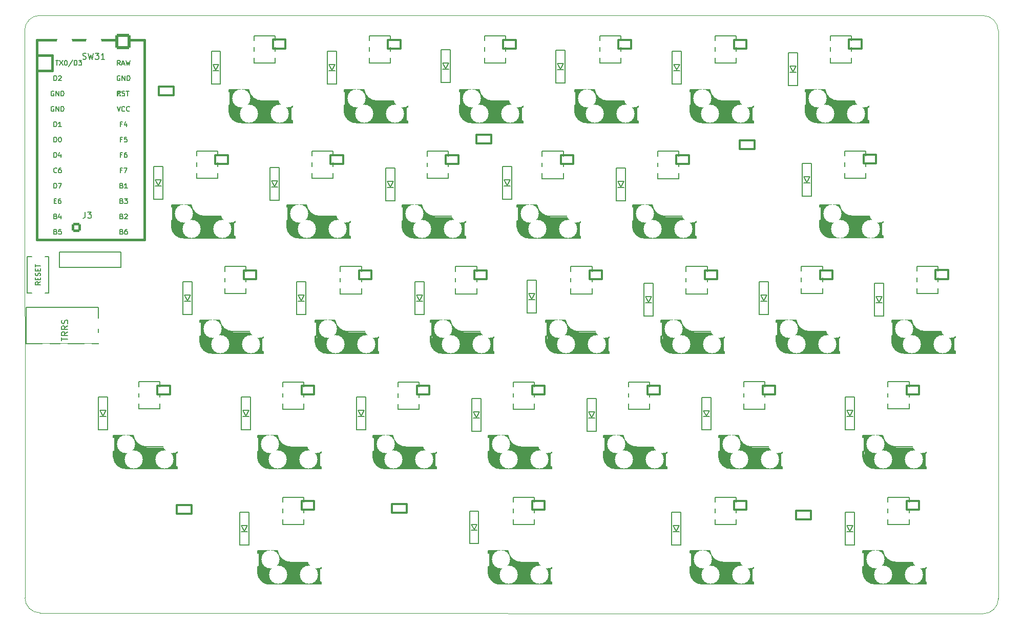
<source format=gto>
G04 #@! TF.GenerationSoftware,KiCad,Pcbnew,(6.0.7)*
G04 #@! TF.CreationDate,2022-08-10T12:47:21+00:00*
G04 #@! TF.ProjectId,zzsplit-right,7a7a7370-6c69-4742-9d72-696768742e6b,rev?*
G04 #@! TF.SameCoordinates,Original*
G04 #@! TF.FileFunction,Legend,Top*
G04 #@! TF.FilePolarity,Positive*
%FSLAX46Y46*%
G04 Gerber Fmt 4.6, Leading zero omitted, Abs format (unit mm)*
G04 Created by KiCad (PCBNEW (6.0.7)) date 2022-08-10 12:47:21*
%MOMM*%
%LPD*%
G01*
G04 APERTURE LIST*
G04 Aperture macros list*
%AMRoundRect*
0 Rectangle with rounded corners*
0 $1 Rounding radius*
0 $2 $3 $4 $5 $6 $7 $8 $9 X,Y pos of 4 corners*
0 Add a 4 corners polygon primitive as box body*
4,1,4,$2,$3,$4,$5,$6,$7,$8,$9,$2,$3,0*
0 Add four circle primitives for the rounded corners*
1,1,$1+$1,$2,$3*
1,1,$1+$1,$4,$5*
1,1,$1+$1,$6,$7*
1,1,$1+$1,$8,$9*
0 Add four rect primitives between the rounded corners*
20,1,$1+$1,$2,$3,$4,$5,0*
20,1,$1+$1,$4,$5,$6,$7,0*
20,1,$1+$1,$6,$7,$8,$9,0*
20,1,$1+$1,$8,$9,$2,$3,0*%
G04 Aperture macros list end*
G04 #@! TA.AperFunction,Profile*
%ADD10C,0.150000*%
G04 #@! TD*
G04 #@! TA.AperFunction,Profile*
%ADD11C,0.100000*%
G04 #@! TD*
%ADD12C,0.150000*%
%ADD13C,0.300000*%
%ADD14C,0.400000*%
%ADD15C,0.500000*%
%ADD16C,3.500000*%
%ADD17C,1.000000*%
%ADD18C,0.800000*%
%ADD19C,3.000000*%
%ADD20C,0.381000*%
%ADD21C,1.200000*%
%ADD22O,2.500000X1.700000*%
%ADD23C,1.397000*%
%ADD24R,1.752600X1.752600*%
%ADD25C,1.752600*%
%ADD26C,3.000000*%
%ADD27C,1.700000*%
%ADD28C,1.900000*%
%ADD29C,4.100000*%
%ADD30R,1.600000X1.000000*%
%ADD31R,2.300000X2.000000*%
%ADD32R,0.950000X1.300000*%
%ADD33R,2.000000X1.000000*%
%ADD34C,4.700000*%
%ADD35RoundRect,0.250000X-0.550000X-0.550000X0.550000X-0.550000X0.550000X0.550000X-0.550000X0.550000X0*%
%ADD36C,1.600000*%
%ADD37C,2.000000*%
%ADD38RoundRect,0.249999X1.025001X1.025001X-1.025001X1.025001X-1.025001X-1.025001X1.025001X-1.025001X0*%
%ADD39C,2.550000*%
G04 APERTURE END LIST*
D10*
X130560000Y-126630000D02*
X134060000Y-126630000D01*
X134060000Y-112070000D02*
X130560000Y-112070000D01*
X168670000Y-126640000D02*
X172170000Y-126640000D01*
D11*
X87924000Y-49490000D02*
X87964000Y-143250000D01*
D10*
X129320000Y-50370000D02*
X129320000Y-54870000D01*
X205540000Y-126630000D02*
X205540000Y-131130000D01*
D11*
X246333920Y-145889980D02*
X90464000Y-145750000D01*
D10*
X173460000Y-69460000D02*
X176960000Y-69460000D01*
X119820000Y-73940000D02*
X116320000Y-73940000D01*
X210290000Y-112060000D02*
X206790000Y-112060000D01*
X167410000Y-54890000D02*
X163910000Y-54890000D01*
X172170000Y-112070000D02*
X168670000Y-112070000D01*
X192520000Y-73960000D02*
X192520000Y-69460000D01*
X106750000Y-112050000D02*
X106750000Y-107550000D01*
X172170000Y-131140000D02*
X168670000Y-131140000D01*
X205520000Y-50390000D02*
X205520000Y-54890000D01*
X168670000Y-107570000D02*
X172170000Y-107570000D01*
X172170000Y-126640000D02*
X172170000Y-131140000D01*
X196020000Y-73960000D02*
X192520000Y-73960000D01*
X181690000Y-88510000D02*
X181690000Y-93010000D01*
X153130000Y-107580000D02*
X153130000Y-112080000D01*
X202020000Y-54890000D02*
X202020000Y-50390000D01*
X124520000Y-93000000D02*
X121020000Y-93000000D01*
X178190000Y-93010000D02*
X178190000Y-88510000D01*
D11*
X90424000Y-46990000D02*
G75*
G03*
X87924000Y-49490000I0J-2500000D01*
G01*
D10*
X219800000Y-92990000D02*
X216300000Y-92990000D01*
X202020000Y-50390000D02*
X205520000Y-50390000D01*
X134060000Y-107570000D02*
X134060000Y-112070000D01*
X130560000Y-107570000D02*
X134060000Y-107570000D01*
X149630000Y-107580000D02*
X153130000Y-107580000D01*
X226950000Y-73910000D02*
X223450000Y-73910000D01*
D11*
X246333920Y-145889980D02*
G75*
G03*
X248854000Y-143380000I10080J2509980D01*
G01*
D10*
X202040000Y-131130000D02*
X202040000Y-126630000D01*
X234110000Y-126630000D02*
X234110000Y-131130000D01*
X221060000Y-50370000D02*
X224560000Y-50370000D01*
X235370000Y-92980000D02*
X235370000Y-88480000D01*
X143580000Y-93010000D02*
X140080000Y-93010000D01*
D11*
X248824019Y-49520000D02*
X248854000Y-143380000D01*
D10*
X138870000Y-69440000D02*
X138870000Y-73940000D01*
X238870000Y-88480000D02*
X238870000Y-92980000D01*
X202040000Y-126630000D02*
X205540000Y-126630000D01*
X138870000Y-73940000D02*
X135370000Y-73940000D01*
X124520000Y-88500000D02*
X124520000Y-93000000D01*
X230610000Y-126630000D02*
X234110000Y-126630000D01*
X129320000Y-54870000D02*
X125820000Y-54870000D01*
X197240000Y-88510000D02*
X200740000Y-88510000D01*
X238870000Y-92980000D02*
X235370000Y-92980000D01*
X230600000Y-107550000D02*
X234100000Y-107550000D01*
X162630000Y-93010000D02*
X159130000Y-93010000D01*
X182960000Y-54890000D02*
X182960000Y-50390000D01*
X187730000Y-112070000D02*
X187730000Y-107570000D01*
X192520000Y-69460000D02*
X196020000Y-69460000D01*
X157920000Y-73950000D02*
X154420000Y-73950000D01*
X140080000Y-88510000D02*
X143580000Y-88510000D01*
X224560000Y-54870000D02*
X221060000Y-54870000D01*
X186460000Y-54890000D02*
X182960000Y-54890000D01*
X178190000Y-88510000D02*
X181690000Y-88510000D01*
X216300000Y-92990000D02*
X216300000Y-88490000D01*
X163910000Y-50390000D02*
X167410000Y-50390000D01*
X230610000Y-131130000D02*
X230610000Y-126630000D01*
X154420000Y-69450000D02*
X157920000Y-69450000D01*
X168670000Y-131140000D02*
X168670000Y-126640000D01*
X210290000Y-107560000D02*
X210290000Y-112060000D01*
X140080000Y-93010000D02*
X140080000Y-88510000D01*
X121020000Y-93000000D02*
X121020000Y-88500000D01*
X172170000Y-107570000D02*
X172170000Y-112070000D01*
X167410000Y-50390000D02*
X167410000Y-54890000D01*
X168670000Y-112070000D02*
X168670000Y-107570000D01*
X134060000Y-131130000D02*
X130560000Y-131130000D01*
X121020000Y-88500000D02*
X124520000Y-88500000D01*
X159130000Y-93010000D02*
X159130000Y-88510000D01*
X119820000Y-69440000D02*
X119820000Y-73940000D01*
X159130000Y-88510000D02*
X162630000Y-88510000D01*
X234110000Y-131130000D02*
X230610000Y-131130000D01*
X143580000Y-88510000D02*
X143580000Y-93010000D01*
X219800000Y-88490000D02*
X219800000Y-92990000D01*
X191230000Y-107570000D02*
X191230000Y-112070000D01*
X116320000Y-73940000D02*
X116320000Y-69440000D01*
X110250000Y-112050000D02*
X106750000Y-112050000D01*
X144860000Y-50390000D02*
X148360000Y-50390000D01*
X224560000Y-50370000D02*
X224560000Y-54870000D01*
X176960000Y-73960000D02*
X173460000Y-73960000D01*
X197240000Y-93010000D02*
X197240000Y-88510000D01*
D11*
X87964000Y-143250000D02*
G75*
G03*
X90464000Y-145750000I2500000J0D01*
G01*
D10*
X148360000Y-50390000D02*
X148360000Y-54890000D01*
X226950000Y-69410000D02*
X226950000Y-73910000D01*
X130560000Y-112070000D02*
X130560000Y-107570000D01*
X223450000Y-73910000D02*
X223450000Y-69410000D01*
X106750000Y-107550000D02*
X110250000Y-107550000D01*
X135370000Y-73940000D02*
X135370000Y-69440000D01*
X176960000Y-69460000D02*
X176960000Y-73960000D01*
X205540000Y-131130000D02*
X202040000Y-131130000D01*
X116320000Y-69440000D02*
X119820000Y-69440000D01*
X200740000Y-88510000D02*
X200740000Y-93010000D01*
X196020000Y-69460000D02*
X196020000Y-73960000D01*
X206790000Y-112060000D02*
X206790000Y-107560000D01*
X234100000Y-112050000D02*
X230600000Y-112050000D01*
X181690000Y-93010000D02*
X178190000Y-93010000D01*
X191230000Y-112070000D02*
X187730000Y-112070000D01*
X187730000Y-107570000D02*
X191230000Y-107570000D01*
X200740000Y-93010000D02*
X197240000Y-93010000D01*
X235370000Y-88480000D02*
X238870000Y-88480000D01*
X148360000Y-54890000D02*
X144860000Y-54890000D01*
X134060000Y-126630000D02*
X134060000Y-131130000D01*
X153130000Y-112080000D02*
X149630000Y-112080000D01*
X154420000Y-73950000D02*
X154420000Y-69450000D01*
X162630000Y-88510000D02*
X162630000Y-93010000D01*
X221060000Y-54870000D02*
X221060000Y-50370000D01*
X186460000Y-50390000D02*
X186460000Y-54890000D01*
X110250000Y-107550000D02*
X110250000Y-112050000D01*
X206790000Y-107560000D02*
X210290000Y-107560000D01*
X135370000Y-69440000D02*
X138870000Y-69440000D01*
X163910000Y-54890000D02*
X163910000Y-50390000D01*
X125820000Y-50370000D02*
X129320000Y-50370000D01*
X149630000Y-112080000D02*
X149630000Y-107580000D01*
X157920000Y-69450000D02*
X157920000Y-73950000D01*
D11*
X248824019Y-49520000D02*
G75*
G03*
X246334000Y-47020001I-2500019J0D01*
G01*
D10*
X234100000Y-107550000D02*
X234100000Y-112050000D01*
X230600000Y-112050000D02*
X230600000Y-107550000D01*
X173460000Y-73960000D02*
X173460000Y-69460000D01*
X144860000Y-54890000D02*
X144860000Y-50390000D01*
X130560000Y-131130000D02*
X130560000Y-126630000D01*
X223450000Y-69410000D02*
X226950000Y-69410000D01*
X182960000Y-50390000D02*
X186460000Y-50390000D01*
D11*
X90424000Y-46990000D02*
X246334000Y-47020001D01*
D10*
X125820000Y-54870000D02*
X125820000Y-50370000D01*
X205520000Y-54890000D02*
X202020000Y-54890000D01*
X216300000Y-88490000D02*
X219800000Y-88490000D01*
D12*
X97942666Y-79494380D02*
X97942666Y-80208666D01*
X97895047Y-80351523D01*
X97799809Y-80446761D01*
X97656952Y-80494380D01*
X97561714Y-80494380D01*
X98323619Y-79494380D02*
X98942666Y-79494380D01*
X98609333Y-79875333D01*
X98752190Y-79875333D01*
X98847428Y-79922952D01*
X98895047Y-79970571D01*
X98942666Y-80065809D01*
X98942666Y-80303904D01*
X98895047Y-80399142D01*
X98847428Y-80446761D01*
X98752190Y-80494380D01*
X98466476Y-80494380D01*
X98371238Y-80446761D01*
X98323619Y-80399142D01*
X90531904Y-91031904D02*
X90150952Y-91298571D01*
X90531904Y-91489047D02*
X89731904Y-91489047D01*
X89731904Y-91184285D01*
X89770000Y-91108095D01*
X89808095Y-91070000D01*
X89884285Y-91031904D01*
X89998571Y-91031904D01*
X90074761Y-91070000D01*
X90112857Y-91108095D01*
X90150952Y-91184285D01*
X90150952Y-91489047D01*
X90112857Y-90689047D02*
X90112857Y-90422380D01*
X90531904Y-90308095D02*
X90531904Y-90689047D01*
X89731904Y-90689047D01*
X89731904Y-90308095D01*
X90493809Y-90003333D02*
X90531904Y-89889047D01*
X90531904Y-89698571D01*
X90493809Y-89622380D01*
X90455714Y-89584285D01*
X90379523Y-89546190D01*
X90303333Y-89546190D01*
X90227142Y-89584285D01*
X90189047Y-89622380D01*
X90150952Y-89698571D01*
X90112857Y-89850952D01*
X90074761Y-89927142D01*
X90036666Y-89965238D01*
X89960476Y-90003333D01*
X89884285Y-90003333D01*
X89808095Y-89965238D01*
X89770000Y-89927142D01*
X89731904Y-89850952D01*
X89731904Y-89660476D01*
X89770000Y-89546190D01*
X90112857Y-89203333D02*
X90112857Y-88936666D01*
X90531904Y-88822380D02*
X90531904Y-89203333D01*
X89731904Y-89203333D01*
X89731904Y-88822380D01*
X89731904Y-88593809D02*
X89731904Y-88136666D01*
X90531904Y-88365238D02*
X89731904Y-88365238D01*
X90531904Y-91031904D02*
X90150952Y-91298571D01*
X90531904Y-91489047D02*
X89731904Y-91489047D01*
X89731904Y-91184285D01*
X89770000Y-91108095D01*
X89808095Y-91070000D01*
X89884285Y-91031904D01*
X89998571Y-91031904D01*
X90074761Y-91070000D01*
X90112857Y-91108095D01*
X90150952Y-91184285D01*
X90150952Y-91489047D01*
X90112857Y-90689047D02*
X90112857Y-90422380D01*
X90531904Y-90308095D02*
X90531904Y-90689047D01*
X89731904Y-90689047D01*
X89731904Y-90308095D01*
X90493809Y-90003333D02*
X90531904Y-89889047D01*
X90531904Y-89698571D01*
X90493809Y-89622380D01*
X90455714Y-89584285D01*
X90379523Y-89546190D01*
X90303333Y-89546190D01*
X90227142Y-89584285D01*
X90189047Y-89622380D01*
X90150952Y-89698571D01*
X90112857Y-89850952D01*
X90074761Y-89927142D01*
X90036666Y-89965238D01*
X89960476Y-90003333D01*
X89884285Y-90003333D01*
X89808095Y-89965238D01*
X89770000Y-89927142D01*
X89731904Y-89850952D01*
X89731904Y-89660476D01*
X89770000Y-89546190D01*
X90112857Y-89203333D02*
X90112857Y-88936666D01*
X90531904Y-88822380D02*
X90531904Y-89203333D01*
X89731904Y-89203333D01*
X89731904Y-88822380D01*
X89731904Y-88593809D02*
X89731904Y-88136666D01*
X90531904Y-88365238D02*
X89731904Y-88365238D01*
X94032380Y-100776904D02*
X94032380Y-100205476D01*
X95032380Y-100491190D02*
X94032380Y-100491190D01*
X95032380Y-99300714D02*
X94556190Y-99634047D01*
X95032380Y-99872142D02*
X94032380Y-99872142D01*
X94032380Y-99491190D01*
X94080000Y-99395952D01*
X94127619Y-99348333D01*
X94222857Y-99300714D01*
X94365714Y-99300714D01*
X94460952Y-99348333D01*
X94508571Y-99395952D01*
X94556190Y-99491190D01*
X94556190Y-99872142D01*
X95032380Y-98300714D02*
X94556190Y-98634047D01*
X95032380Y-98872142D02*
X94032380Y-98872142D01*
X94032380Y-98491190D01*
X94080000Y-98395952D01*
X94127619Y-98348333D01*
X94222857Y-98300714D01*
X94365714Y-98300714D01*
X94460952Y-98348333D01*
X94508571Y-98395952D01*
X94556190Y-98491190D01*
X94556190Y-98872142D01*
X94984761Y-97919761D02*
X95032380Y-97776904D01*
X95032380Y-97538809D01*
X94984761Y-97443571D01*
X94937142Y-97395952D01*
X94841904Y-97348333D01*
X94746666Y-97348333D01*
X94651428Y-97395952D01*
X94603809Y-97443571D01*
X94556190Y-97538809D01*
X94508571Y-97729285D01*
X94460952Y-97824523D01*
X94413333Y-97872142D01*
X94318095Y-97919761D01*
X94222857Y-97919761D01*
X94127619Y-97872142D01*
X94080000Y-97824523D01*
X94032380Y-97729285D01*
X94032380Y-97491190D01*
X94080000Y-97348333D01*
X94032380Y-100776904D02*
X94032380Y-100205476D01*
X95032380Y-100491190D02*
X94032380Y-100491190D01*
X95032380Y-99300714D02*
X94556190Y-99634047D01*
X95032380Y-99872142D02*
X94032380Y-99872142D01*
X94032380Y-99491190D01*
X94080000Y-99395952D01*
X94127619Y-99348333D01*
X94222857Y-99300714D01*
X94365714Y-99300714D01*
X94460952Y-99348333D01*
X94508571Y-99395952D01*
X94556190Y-99491190D01*
X94556190Y-99872142D01*
X95032380Y-98300714D02*
X94556190Y-98634047D01*
X95032380Y-98872142D02*
X94032380Y-98872142D01*
X94032380Y-98491190D01*
X94080000Y-98395952D01*
X94127619Y-98348333D01*
X94222857Y-98300714D01*
X94365714Y-98300714D01*
X94460952Y-98348333D01*
X94508571Y-98395952D01*
X94556190Y-98491190D01*
X94556190Y-98872142D01*
X94984761Y-97919761D02*
X95032380Y-97776904D01*
X95032380Y-97538809D01*
X94984761Y-97443571D01*
X94937142Y-97395952D01*
X94841904Y-97348333D01*
X94746666Y-97348333D01*
X94651428Y-97395952D01*
X94603809Y-97443571D01*
X94556190Y-97538809D01*
X94508571Y-97729285D01*
X94460952Y-97824523D01*
X94413333Y-97872142D01*
X94318095Y-97919761D01*
X94222857Y-97919761D01*
X94127619Y-97872142D01*
X94080000Y-97824523D01*
X94032380Y-97729285D01*
X94032380Y-97491190D01*
X94080000Y-97348333D01*
X92754523Y-65385904D02*
X92754523Y-64585904D01*
X92945000Y-64585904D01*
X93059285Y-64624000D01*
X93135476Y-64700190D01*
X93173571Y-64776380D01*
X93211666Y-64928761D01*
X93211666Y-65043047D01*
X93173571Y-65195428D01*
X93135476Y-65271619D01*
X93059285Y-65347809D01*
X92945000Y-65385904D01*
X92754523Y-65385904D01*
X93973571Y-65385904D02*
X93516428Y-65385904D01*
X93745000Y-65385904D02*
X93745000Y-64585904D01*
X93668809Y-64700190D01*
X93592619Y-64776380D01*
X93516428Y-64814476D01*
X92735476Y-62084000D02*
X92659285Y-62045904D01*
X92545000Y-62045904D01*
X92430714Y-62084000D01*
X92354523Y-62160190D01*
X92316428Y-62236380D01*
X92278333Y-62388761D01*
X92278333Y-62503047D01*
X92316428Y-62655428D01*
X92354523Y-62731619D01*
X92430714Y-62807809D01*
X92545000Y-62845904D01*
X92621190Y-62845904D01*
X92735476Y-62807809D01*
X92773571Y-62769714D01*
X92773571Y-62503047D01*
X92621190Y-62503047D01*
X93116428Y-62845904D02*
X93116428Y-62045904D01*
X93573571Y-62845904D01*
X93573571Y-62045904D01*
X93954523Y-62845904D02*
X93954523Y-62045904D01*
X94145000Y-62045904D01*
X94259285Y-62084000D01*
X94335476Y-62160190D01*
X94373571Y-62236380D01*
X94411666Y-62388761D01*
X94411666Y-62503047D01*
X94373571Y-62655428D01*
X94335476Y-62731619D01*
X94259285Y-62807809D01*
X94145000Y-62845904D01*
X93954523Y-62845904D01*
X104000333Y-72586857D02*
X103733666Y-72586857D01*
X103733666Y-73005904D02*
X103733666Y-72205904D01*
X104114619Y-72205904D01*
X104343190Y-72205904D02*
X104876523Y-72205904D01*
X104533666Y-73005904D01*
X103943190Y-77666857D02*
X104057476Y-77704952D01*
X104095571Y-77743047D01*
X104133666Y-77819238D01*
X104133666Y-77933523D01*
X104095571Y-78009714D01*
X104057476Y-78047809D01*
X103981285Y-78085904D01*
X103676523Y-78085904D01*
X103676523Y-77285904D01*
X103943190Y-77285904D01*
X104019380Y-77324000D01*
X104057476Y-77362095D01*
X104095571Y-77438285D01*
X104095571Y-77514476D01*
X104057476Y-77590666D01*
X104019380Y-77628761D01*
X103943190Y-77666857D01*
X103676523Y-77666857D01*
X104400333Y-77285904D02*
X104895571Y-77285904D01*
X104628904Y-77590666D01*
X104743190Y-77590666D01*
X104819380Y-77628761D01*
X104857476Y-77666857D01*
X104895571Y-77743047D01*
X104895571Y-77933523D01*
X104857476Y-78009714D01*
X104819380Y-78047809D01*
X104743190Y-78085904D01*
X104514619Y-78085904D01*
X104438428Y-78047809D01*
X104400333Y-78009714D01*
X93021190Y-80206857D02*
X93135476Y-80244952D01*
X93173571Y-80283047D01*
X93211666Y-80359238D01*
X93211666Y-80473523D01*
X93173571Y-80549714D01*
X93135476Y-80587809D01*
X93059285Y-80625904D01*
X92754523Y-80625904D01*
X92754523Y-79825904D01*
X93021190Y-79825904D01*
X93097380Y-79864000D01*
X93135476Y-79902095D01*
X93173571Y-79978285D01*
X93173571Y-80054476D01*
X93135476Y-80130666D01*
X93097380Y-80168761D01*
X93021190Y-80206857D01*
X92754523Y-80206857D01*
X93897380Y-80092571D02*
X93897380Y-80625904D01*
X93706904Y-79787809D02*
X93516428Y-80359238D01*
X94011666Y-80359238D01*
X93211666Y-72929714D02*
X93173571Y-72967809D01*
X93059285Y-73005904D01*
X92983095Y-73005904D01*
X92868809Y-72967809D01*
X92792619Y-72891619D01*
X92754523Y-72815428D01*
X92716428Y-72663047D01*
X92716428Y-72548761D01*
X92754523Y-72396380D01*
X92792619Y-72320190D01*
X92868809Y-72244000D01*
X92983095Y-72205904D01*
X93059285Y-72205904D01*
X93173571Y-72244000D01*
X93211666Y-72282095D01*
X93897380Y-72205904D02*
X93745000Y-72205904D01*
X93668809Y-72244000D01*
X93630714Y-72282095D01*
X93554523Y-72396380D01*
X93516428Y-72548761D01*
X93516428Y-72853523D01*
X93554523Y-72929714D01*
X93592619Y-72967809D01*
X93668809Y-73005904D01*
X93821190Y-73005904D01*
X93897380Y-72967809D01*
X93935476Y-72929714D01*
X93973571Y-72853523D01*
X93973571Y-72663047D01*
X93935476Y-72586857D01*
X93897380Y-72548761D01*
X93821190Y-72510666D01*
X93668809Y-72510666D01*
X93592619Y-72548761D01*
X93554523Y-72586857D01*
X93516428Y-72663047D01*
X104000333Y-67506857D02*
X103733666Y-67506857D01*
X103733666Y-67925904D02*
X103733666Y-67125904D01*
X104114619Y-67125904D01*
X104800333Y-67125904D02*
X104419380Y-67125904D01*
X104381285Y-67506857D01*
X104419380Y-67468761D01*
X104495571Y-67430666D01*
X104686047Y-67430666D01*
X104762238Y-67468761D01*
X104800333Y-67506857D01*
X104838428Y-67583047D01*
X104838428Y-67773523D01*
X104800333Y-67849714D01*
X104762238Y-67887809D01*
X104686047Y-67925904D01*
X104495571Y-67925904D01*
X104419380Y-67887809D01*
X104381285Y-67849714D01*
X103943190Y-75126857D02*
X104057476Y-75164952D01*
X104095571Y-75203047D01*
X104133666Y-75279238D01*
X104133666Y-75393523D01*
X104095571Y-75469714D01*
X104057476Y-75507809D01*
X103981285Y-75545904D01*
X103676523Y-75545904D01*
X103676523Y-74745904D01*
X103943190Y-74745904D01*
X104019380Y-74784000D01*
X104057476Y-74822095D01*
X104095571Y-74898285D01*
X104095571Y-74974476D01*
X104057476Y-75050666D01*
X104019380Y-75088761D01*
X103943190Y-75126857D01*
X103676523Y-75126857D01*
X104895571Y-75545904D02*
X104438428Y-75545904D01*
X104667000Y-75545904D02*
X104667000Y-74745904D01*
X104590809Y-74860190D01*
X104514619Y-74936380D01*
X104438428Y-74974476D01*
X103714619Y-55225904D02*
X103447952Y-54844952D01*
X103257476Y-55225904D02*
X103257476Y-54425904D01*
X103562238Y-54425904D01*
X103638428Y-54464000D01*
X103676523Y-54502095D01*
X103714619Y-54578285D01*
X103714619Y-54692571D01*
X103676523Y-54768761D01*
X103638428Y-54806857D01*
X103562238Y-54844952D01*
X103257476Y-54844952D01*
X104019380Y-54997333D02*
X104400333Y-54997333D01*
X103943190Y-55225904D02*
X104209857Y-54425904D01*
X104476523Y-55225904D01*
X104667000Y-54425904D02*
X104857476Y-55225904D01*
X105009857Y-54654476D01*
X105162238Y-55225904D01*
X105352714Y-54425904D01*
X104000333Y-64966857D02*
X103733666Y-64966857D01*
X103733666Y-65385904D02*
X103733666Y-64585904D01*
X104114619Y-64585904D01*
X104762238Y-64852571D02*
X104762238Y-65385904D01*
X104571761Y-64547809D02*
X104381285Y-65119238D01*
X104876523Y-65119238D01*
X104005786Y-60237809D02*
X104120072Y-60275904D01*
X104310548Y-60275904D01*
X104386739Y-60237809D01*
X104424834Y-60199714D01*
X104462929Y-60123523D01*
X104462929Y-60047333D01*
X104424834Y-59971142D01*
X104386739Y-59933047D01*
X104310548Y-59894952D01*
X104158167Y-59856857D01*
X104081977Y-59818761D01*
X104043881Y-59780666D01*
X104005786Y-59704476D01*
X104005786Y-59628285D01*
X104043881Y-59552095D01*
X104081977Y-59514000D01*
X104158167Y-59475904D01*
X104348643Y-59475904D01*
X104462929Y-59514000D01*
X104691500Y-59475904D02*
X105148643Y-59475904D01*
X104920072Y-60275904D02*
X104920072Y-59475904D01*
X104000333Y-70046857D02*
X103733666Y-70046857D01*
X103733666Y-70465904D02*
X103733666Y-69665904D01*
X104114619Y-69665904D01*
X104762238Y-69665904D02*
X104609857Y-69665904D01*
X104533666Y-69704000D01*
X104495571Y-69742095D01*
X104419380Y-69856380D01*
X104381285Y-70008761D01*
X104381285Y-70313523D01*
X104419380Y-70389714D01*
X104457476Y-70427809D01*
X104533666Y-70465904D01*
X104686047Y-70465904D01*
X104762238Y-70427809D01*
X104800333Y-70389714D01*
X104838428Y-70313523D01*
X104838428Y-70123047D01*
X104800333Y-70046857D01*
X104762238Y-70008761D01*
X104686047Y-69970666D01*
X104533666Y-69970666D01*
X104457476Y-70008761D01*
X104419380Y-70046857D01*
X104381285Y-70123047D01*
X92792619Y-77666857D02*
X93059285Y-77666857D01*
X93173571Y-78085904D02*
X92792619Y-78085904D01*
X92792619Y-77285904D01*
X93173571Y-77285904D01*
X93859285Y-77285904D02*
X93706904Y-77285904D01*
X93630714Y-77324000D01*
X93592619Y-77362095D01*
X93516428Y-77476380D01*
X93478333Y-77628761D01*
X93478333Y-77933523D01*
X93516428Y-78009714D01*
X93554523Y-78047809D01*
X93630714Y-78085904D01*
X93783095Y-78085904D01*
X93859285Y-78047809D01*
X93897380Y-78009714D01*
X93935476Y-77933523D01*
X93935476Y-77743047D01*
X93897380Y-77666857D01*
X93859285Y-77628761D01*
X93783095Y-77590666D01*
X93630714Y-77590666D01*
X93554523Y-77628761D01*
X93516428Y-77666857D01*
X93478333Y-77743047D01*
X93021190Y-82746857D02*
X93135476Y-82784952D01*
X93173571Y-82823047D01*
X93211666Y-82899238D01*
X93211666Y-83013523D01*
X93173571Y-83089714D01*
X93135476Y-83127809D01*
X93059285Y-83165904D01*
X92754523Y-83165904D01*
X92754523Y-82365904D01*
X93021190Y-82365904D01*
X93097380Y-82404000D01*
X93135476Y-82442095D01*
X93173571Y-82518285D01*
X93173571Y-82594476D01*
X93135476Y-82670666D01*
X93097380Y-82708761D01*
X93021190Y-82746857D01*
X92754523Y-82746857D01*
X93935476Y-82365904D02*
X93554523Y-82365904D01*
X93516428Y-82746857D01*
X93554523Y-82708761D01*
X93630714Y-82670666D01*
X93821190Y-82670666D01*
X93897380Y-82708761D01*
X93935476Y-82746857D01*
X93973571Y-82823047D01*
X93973571Y-83013523D01*
X93935476Y-83089714D01*
X93897380Y-83127809D01*
X93821190Y-83165904D01*
X93630714Y-83165904D01*
X93554523Y-83127809D01*
X93516428Y-83089714D01*
X103657476Y-57004000D02*
X103581285Y-56965904D01*
X103467000Y-56965904D01*
X103352714Y-57004000D01*
X103276523Y-57080190D01*
X103238428Y-57156380D01*
X103200333Y-57308761D01*
X103200333Y-57423047D01*
X103238428Y-57575428D01*
X103276523Y-57651619D01*
X103352714Y-57727809D01*
X103467000Y-57765904D01*
X103543190Y-57765904D01*
X103657476Y-57727809D01*
X103695571Y-57689714D01*
X103695571Y-57423047D01*
X103543190Y-57423047D01*
X104038428Y-57765904D02*
X104038428Y-56965904D01*
X104495571Y-57765904D01*
X104495571Y-56965904D01*
X104876523Y-57765904D02*
X104876523Y-56965904D01*
X105067000Y-56965904D01*
X105181285Y-57004000D01*
X105257476Y-57080190D01*
X105295571Y-57156380D01*
X105333666Y-57308761D01*
X105333666Y-57423047D01*
X105295571Y-57575428D01*
X105257476Y-57651619D01*
X105181285Y-57727809D01*
X105067000Y-57765904D01*
X104876523Y-57765904D01*
X92754523Y-57765904D02*
X92754523Y-56965904D01*
X92945000Y-56965904D01*
X93059285Y-57004000D01*
X93135476Y-57080190D01*
X93173571Y-57156380D01*
X93211666Y-57308761D01*
X93211666Y-57423047D01*
X93173571Y-57575428D01*
X93135476Y-57651619D01*
X93059285Y-57727809D01*
X92945000Y-57765904D01*
X92754523Y-57765904D01*
X93516428Y-57042095D02*
X93554523Y-57004000D01*
X93630714Y-56965904D01*
X93821190Y-56965904D01*
X93897380Y-57004000D01*
X93935476Y-57042095D01*
X93973571Y-57118285D01*
X93973571Y-57194476D01*
X93935476Y-57308761D01*
X93478333Y-57765904D01*
X93973571Y-57765904D01*
X93043651Y-54425904D02*
X93500794Y-54425904D01*
X93272223Y-55225904D02*
X93272223Y-54425904D01*
X93691270Y-54425904D02*
X94224604Y-55225904D01*
X94224604Y-54425904D02*
X93691270Y-55225904D01*
X94681747Y-54425904D02*
X94757937Y-54425904D01*
X94834128Y-54464000D01*
X94872223Y-54502095D01*
X94910318Y-54578285D01*
X94948413Y-54730666D01*
X94948413Y-54921142D01*
X94910318Y-55073523D01*
X94872223Y-55149714D01*
X94834128Y-55187809D01*
X94757937Y-55225904D01*
X94681747Y-55225904D01*
X94605556Y-55187809D01*
X94567461Y-55149714D01*
X94529366Y-55073523D01*
X94491270Y-54921142D01*
X94491270Y-54730666D01*
X94529366Y-54578285D01*
X94567461Y-54502095D01*
X94605556Y-54464000D01*
X94681747Y-54425904D01*
X95862699Y-54387809D02*
X95176985Y-55416380D01*
X96129366Y-55225904D02*
X96129366Y-54425904D01*
X96319842Y-54425904D01*
X96434128Y-54464000D01*
X96510318Y-54540190D01*
X96548413Y-54616380D01*
X96586508Y-54768761D01*
X96586508Y-54883047D01*
X96548413Y-55035428D01*
X96510318Y-55111619D01*
X96434128Y-55187809D01*
X96319842Y-55225904D01*
X96129366Y-55225904D01*
X96853175Y-54425904D02*
X97348413Y-54425904D01*
X97081747Y-54730666D01*
X97196032Y-54730666D01*
X97272223Y-54768761D01*
X97310318Y-54806857D01*
X97348413Y-54883047D01*
X97348413Y-55073523D01*
X97310318Y-55149714D01*
X97272223Y-55187809D01*
X97196032Y-55225904D01*
X96967461Y-55225904D01*
X96891270Y-55187809D01*
X96853175Y-55149714D01*
X103943190Y-82746857D02*
X104057476Y-82784952D01*
X104095571Y-82823047D01*
X104133666Y-82899238D01*
X104133666Y-83013523D01*
X104095571Y-83089714D01*
X104057476Y-83127809D01*
X103981285Y-83165904D01*
X103676523Y-83165904D01*
X103676523Y-82365904D01*
X103943190Y-82365904D01*
X104019380Y-82404000D01*
X104057476Y-82442095D01*
X104095571Y-82518285D01*
X104095571Y-82594476D01*
X104057476Y-82670666D01*
X104019380Y-82708761D01*
X103943190Y-82746857D01*
X103676523Y-82746857D01*
X104819380Y-82365904D02*
X104667000Y-82365904D01*
X104590809Y-82404000D01*
X104552714Y-82442095D01*
X104476523Y-82556380D01*
X104438428Y-82708761D01*
X104438428Y-83013523D01*
X104476523Y-83089714D01*
X104514619Y-83127809D01*
X104590809Y-83165904D01*
X104743190Y-83165904D01*
X104819380Y-83127809D01*
X104857476Y-83089714D01*
X104895571Y-83013523D01*
X104895571Y-82823047D01*
X104857476Y-82746857D01*
X104819380Y-82708761D01*
X104743190Y-82670666D01*
X104590809Y-82670666D01*
X104514619Y-82708761D01*
X104476523Y-82746857D01*
X104438428Y-82823047D01*
X92754523Y-67925904D02*
X92754523Y-67125904D01*
X92945000Y-67125904D01*
X93059285Y-67164000D01*
X93135476Y-67240190D01*
X93173571Y-67316380D01*
X93211666Y-67468761D01*
X93211666Y-67583047D01*
X93173571Y-67735428D01*
X93135476Y-67811619D01*
X93059285Y-67887809D01*
X92945000Y-67925904D01*
X92754523Y-67925904D01*
X93706904Y-67125904D02*
X93783095Y-67125904D01*
X93859285Y-67164000D01*
X93897380Y-67202095D01*
X93935476Y-67278285D01*
X93973571Y-67430666D01*
X93973571Y-67621142D01*
X93935476Y-67773523D01*
X93897380Y-67849714D01*
X93859285Y-67887809D01*
X93783095Y-67925904D01*
X93706904Y-67925904D01*
X93630714Y-67887809D01*
X93592619Y-67849714D01*
X93554523Y-67773523D01*
X93516428Y-67621142D01*
X93516428Y-67430666D01*
X93554523Y-67278285D01*
X93592619Y-67202095D01*
X93630714Y-67164000D01*
X93706904Y-67125904D01*
X92754523Y-70465904D02*
X92754523Y-69665904D01*
X92945000Y-69665904D01*
X93059285Y-69704000D01*
X93135476Y-69780190D01*
X93173571Y-69856380D01*
X93211666Y-70008761D01*
X93211666Y-70123047D01*
X93173571Y-70275428D01*
X93135476Y-70351619D01*
X93059285Y-70427809D01*
X92945000Y-70465904D01*
X92754523Y-70465904D01*
X93897380Y-69932571D02*
X93897380Y-70465904D01*
X93706904Y-69627809D02*
X93516428Y-70199238D01*
X94011666Y-70199238D01*
X92735476Y-59544000D02*
X92659285Y-59505904D01*
X92545000Y-59505904D01*
X92430714Y-59544000D01*
X92354523Y-59620190D01*
X92316428Y-59696380D01*
X92278333Y-59848761D01*
X92278333Y-59963047D01*
X92316428Y-60115428D01*
X92354523Y-60191619D01*
X92430714Y-60267809D01*
X92545000Y-60305904D01*
X92621190Y-60305904D01*
X92735476Y-60267809D01*
X92773571Y-60229714D01*
X92773571Y-59963047D01*
X92621190Y-59963047D01*
X93116428Y-60305904D02*
X93116428Y-59505904D01*
X93573571Y-60305904D01*
X93573571Y-59505904D01*
X93954523Y-60305904D02*
X93954523Y-59505904D01*
X94145000Y-59505904D01*
X94259285Y-59544000D01*
X94335476Y-59620190D01*
X94373571Y-59696380D01*
X94411666Y-59848761D01*
X94411666Y-59963047D01*
X94373571Y-60115428D01*
X94335476Y-60191619D01*
X94259285Y-60267809D01*
X94145000Y-60305904D01*
X93954523Y-60305904D01*
X103200333Y-62045904D02*
X103467000Y-62845904D01*
X103733666Y-62045904D01*
X104457476Y-62769714D02*
X104419380Y-62807809D01*
X104305095Y-62845904D01*
X104228904Y-62845904D01*
X104114619Y-62807809D01*
X104038428Y-62731619D01*
X104000333Y-62655428D01*
X103962238Y-62503047D01*
X103962238Y-62388761D01*
X104000333Y-62236380D01*
X104038428Y-62160190D01*
X104114619Y-62084000D01*
X104228904Y-62045904D01*
X104305095Y-62045904D01*
X104419380Y-62084000D01*
X104457476Y-62122095D01*
X105257476Y-62769714D02*
X105219380Y-62807809D01*
X105105095Y-62845904D01*
X105028904Y-62845904D01*
X104914619Y-62807809D01*
X104838428Y-62731619D01*
X104800333Y-62655428D01*
X104762238Y-62503047D01*
X104762238Y-62388761D01*
X104800333Y-62236380D01*
X104838428Y-62160190D01*
X104914619Y-62084000D01*
X105028904Y-62045904D01*
X105105095Y-62045904D01*
X105219380Y-62084000D01*
X105257476Y-62122095D01*
X103943190Y-80206857D02*
X104057476Y-80244952D01*
X104095571Y-80283047D01*
X104133666Y-80359238D01*
X104133666Y-80473523D01*
X104095571Y-80549714D01*
X104057476Y-80587809D01*
X103981285Y-80625904D01*
X103676523Y-80625904D01*
X103676523Y-79825904D01*
X103943190Y-79825904D01*
X104019380Y-79864000D01*
X104057476Y-79902095D01*
X104095571Y-79978285D01*
X104095571Y-80054476D01*
X104057476Y-80130666D01*
X104019380Y-80168761D01*
X103943190Y-80206857D01*
X103676523Y-80206857D01*
X104438428Y-79902095D02*
X104476523Y-79864000D01*
X104552714Y-79825904D01*
X104743190Y-79825904D01*
X104819380Y-79864000D01*
X104857476Y-79902095D01*
X104895571Y-79978285D01*
X104895571Y-80054476D01*
X104857476Y-80168761D01*
X104400333Y-80625904D01*
X104895571Y-80625904D01*
X92754523Y-75545904D02*
X92754523Y-74745904D01*
X92945000Y-74745904D01*
X93059285Y-74784000D01*
X93135476Y-74860190D01*
X93173571Y-74936380D01*
X93211666Y-75088761D01*
X93211666Y-75203047D01*
X93173571Y-75355428D01*
X93135476Y-75431619D01*
X93059285Y-75507809D01*
X92945000Y-75545904D01*
X92754523Y-75545904D01*
X93478333Y-74745904D02*
X94011666Y-74745904D01*
X93668809Y-75545904D01*
X97530476Y-54182761D02*
X97673333Y-54230380D01*
X97911428Y-54230380D01*
X98006666Y-54182761D01*
X98054285Y-54135142D01*
X98101904Y-54039904D01*
X98101904Y-53944666D01*
X98054285Y-53849428D01*
X98006666Y-53801809D01*
X97911428Y-53754190D01*
X97720952Y-53706571D01*
X97625714Y-53658952D01*
X97578095Y-53611333D01*
X97530476Y-53516095D01*
X97530476Y-53420857D01*
X97578095Y-53325619D01*
X97625714Y-53278000D01*
X97720952Y-53230380D01*
X97959047Y-53230380D01*
X98101904Y-53278000D01*
X98435238Y-53230380D02*
X98673333Y-54230380D01*
X98863809Y-53516095D01*
X99054285Y-54230380D01*
X99292380Y-53230380D01*
X99578095Y-53230380D02*
X100197142Y-53230380D01*
X99863809Y-53611333D01*
X100006666Y-53611333D01*
X100101904Y-53658952D01*
X100149523Y-53706571D01*
X100197142Y-53801809D01*
X100197142Y-54039904D01*
X100149523Y-54135142D01*
X100101904Y-54182761D01*
X100006666Y-54230380D01*
X99720952Y-54230380D01*
X99625714Y-54182761D01*
X99578095Y-54135142D01*
X101149523Y-54230380D02*
X100578095Y-54230380D01*
X100863809Y-54230380D02*
X100863809Y-53230380D01*
X100768571Y-53373238D01*
X100673333Y-53468476D01*
X100578095Y-53516095D01*
D13*
X186080600Y-51014600D02*
X188130600Y-51014600D01*
D12*
X178810000Y-61840000D02*
X179010000Y-61840000D01*
D14*
X189110000Y-64540000D02*
X187710000Y-64540000D01*
D13*
X186080600Y-52464600D02*
X186080600Y-51014600D01*
D15*
X179010000Y-59440000D02*
X181710000Y-59440000D01*
D13*
X188130600Y-51014600D02*
X188130600Y-52464600D01*
D12*
X189310000Y-64390000D02*
X189310000Y-64740000D01*
D13*
X178910001Y-61940000D02*
X178910000Y-62839999D01*
D16*
X187310000Y-62940000D02*
X180610000Y-62940000D01*
D17*
X188610000Y-64140000D02*
X188610000Y-61640000D01*
D14*
X189110000Y-62040000D02*
X189110000Y-61340000D01*
D15*
X189010000Y-61440000D02*
X187610000Y-61440000D01*
D12*
X178810000Y-59240000D02*
X178810000Y-59600000D01*
X178810000Y-62840000D02*
X178810000Y-61840000D01*
X184310000Y-61140000D02*
X189310000Y-61140000D01*
X178810000Y-59240000D02*
X182090000Y-59240000D01*
X189310000Y-62140000D02*
X189110000Y-62140000D01*
X189090000Y-62140000D02*
X189090000Y-64390000D01*
D13*
X188130600Y-52464600D02*
X186080600Y-52464600D01*
D12*
X189110000Y-64390000D02*
X189310000Y-64390000D01*
X189310000Y-64740000D02*
X180910000Y-64740001D01*
X179040000Y-61840000D02*
X179040000Y-59600000D01*
X189310000Y-61140000D02*
X189310000Y-62140000D01*
X179010000Y-59600000D02*
X178810000Y-59600000D01*
D18*
X179410000Y-59740000D02*
X179410000Y-61540000D01*
D19*
X180540000Y-63240000D02*
X180540000Y-61000000D01*
D17*
X181693682Y-59661471D02*
G75*
G03*
X183910000Y-61540000I2151318J291471D01*
G01*
D12*
X182093682Y-59261471D02*
G75*
G03*
X184310000Y-61140000I2151318J291471D01*
G01*
X178809999Y-62840000D02*
G75*
G03*
X180910000Y-64740001I2000001J100000D01*
G01*
X170260000Y-62140000D02*
X170060000Y-62140000D01*
D16*
X168260000Y-62940000D02*
X161560000Y-62940000D01*
D14*
X170060000Y-64540000D02*
X168660000Y-64540000D01*
D12*
X159990000Y-61840000D02*
X159990000Y-59600000D01*
X170260000Y-61140000D02*
X170260000Y-62140000D01*
X159760000Y-61840000D02*
X159960000Y-61840000D01*
D18*
X160360000Y-59740000D02*
X160360000Y-61540000D01*
D13*
X167030600Y-51014600D02*
X169080600Y-51014600D01*
D12*
X170260000Y-64740000D02*
X161860000Y-64740001D01*
D17*
X169560000Y-64140000D02*
X169560000Y-61640000D01*
D12*
X159760000Y-62840000D02*
X159760000Y-61840000D01*
X170060000Y-64390000D02*
X170260000Y-64390000D01*
D13*
X159860001Y-61940000D02*
X159860000Y-62839999D01*
D14*
X170060000Y-62040000D02*
X170060000Y-61340000D01*
D12*
X165260000Y-61140000D02*
X170260000Y-61140000D01*
X159760000Y-59240000D02*
X163040000Y-59240000D01*
D13*
X169080600Y-51014600D02*
X169080600Y-52464600D01*
D12*
X159760000Y-59240000D02*
X159760000Y-59600000D01*
X170040000Y-62140000D02*
X170040000Y-64390000D01*
D15*
X159960000Y-59440000D02*
X162660000Y-59440000D01*
X169960000Y-61440000D02*
X168560000Y-61440000D01*
D13*
X167030600Y-52464600D02*
X167030600Y-51014600D01*
X169080600Y-52464600D02*
X167030600Y-52464600D01*
D19*
X161490000Y-63240000D02*
X161490000Y-61000000D01*
D12*
X159960000Y-59600000D02*
X159760000Y-59600000D01*
X170260000Y-64390000D02*
X170260000Y-64740000D01*
X159759999Y-62840000D02*
G75*
G03*
X161860000Y-64740001I2000001J100000D01*
G01*
X163043682Y-59261471D02*
G75*
G03*
X165260000Y-61140000I2151318J291471D01*
G01*
D17*
X162643682Y-59661471D02*
G75*
G03*
X164860000Y-61540000I2151318J291471D01*
G01*
D12*
X198870000Y-83810000D02*
X190470000Y-83810001D01*
D14*
X198670000Y-81110000D02*
X198670000Y-80410000D01*
D13*
X195640600Y-70084600D02*
X197690600Y-70084600D01*
D18*
X188970000Y-78810000D02*
X188970000Y-80610000D01*
D12*
X188570000Y-78670000D02*
X188370000Y-78670000D01*
X188370000Y-78310000D02*
X188370000Y-78670000D01*
X198870000Y-83460000D02*
X198870000Y-83810000D01*
X198670000Y-83460000D02*
X198870000Y-83460000D01*
D13*
X197690600Y-71534600D02*
X195640600Y-71534600D01*
D19*
X190100000Y-82310000D02*
X190100000Y-80070000D01*
D12*
X188600000Y-80910000D02*
X188600000Y-78670000D01*
X198870000Y-81210000D02*
X198670000Y-81210000D01*
D15*
X188570000Y-78510000D02*
X191270000Y-78510000D01*
D12*
X198870000Y-80210000D02*
X198870000Y-81210000D01*
X198650000Y-81210000D02*
X198650000Y-83460000D01*
X188370000Y-78310000D02*
X191650000Y-78310000D01*
D13*
X197690600Y-70084600D02*
X197690600Y-71534600D01*
D12*
X193870000Y-80210000D02*
X198870000Y-80210000D01*
X188370000Y-80910000D02*
X188570000Y-80910000D01*
D17*
X198170000Y-83210000D02*
X198170000Y-80710000D01*
D13*
X188470001Y-81010000D02*
X188470000Y-81909999D01*
D14*
X198670000Y-83610000D02*
X197270000Y-83610000D01*
D12*
X188370000Y-81910000D02*
X188370000Y-80910000D01*
D15*
X198570000Y-80510000D02*
X197170000Y-80510000D01*
D16*
X196870000Y-82010000D02*
X190170000Y-82010000D01*
D13*
X195640600Y-71534600D02*
X195640600Y-70084600D01*
D17*
X191253682Y-78731471D02*
G75*
G03*
X193470000Y-80610000I2151318J291471D01*
G01*
D12*
X191653682Y-78331471D02*
G75*
G03*
X193870000Y-80210000I2151318J291471D01*
G01*
X188369999Y-81910000D02*
G75*
G03*
X190470000Y-83810001I2000001J100000D01*
G01*
X175750000Y-52760000D02*
X177250000Y-52760000D01*
X176000000Y-54960000D02*
X177000000Y-54960000D01*
X175750000Y-52760000D02*
X175750000Y-58160000D01*
X176500000Y-55860000D02*
X176000000Y-54960000D01*
X175750000Y-58160000D02*
X177250000Y-58160000D01*
X176000000Y-55960000D02*
X177000000Y-55960000D01*
X177000000Y-54960000D02*
X176500000Y-55860000D01*
X177250000Y-58160000D02*
X177250000Y-52760000D01*
X216670000Y-74668000D02*
X217670000Y-74668000D01*
X217670000Y-73668000D02*
X217170000Y-74568000D01*
X216420000Y-76868000D02*
X217920000Y-76868000D01*
X216420000Y-71468000D02*
X217920000Y-71468000D01*
X217170000Y-74568000D02*
X216670000Y-73668000D01*
X217920000Y-76868000D02*
X217920000Y-71468000D01*
X216420000Y-71468000D02*
X216420000Y-76868000D01*
X216670000Y-73668000D02*
X217670000Y-73668000D01*
D18*
X112770000Y-78790000D02*
X112770000Y-80590000D01*
D12*
X117670000Y-80190000D02*
X122670000Y-80190000D01*
D15*
X122370000Y-80490000D02*
X120970000Y-80490000D01*
D17*
X121970000Y-83190000D02*
X121970000Y-80690000D01*
D13*
X119440600Y-71514600D02*
X119440600Y-70064600D01*
X121490600Y-71514600D02*
X119440600Y-71514600D01*
D12*
X122670000Y-81190000D02*
X122470000Y-81190000D01*
X112370000Y-78650000D02*
X112170000Y-78650000D01*
X122670000Y-83440000D02*
X122670000Y-83790000D01*
D14*
X122470000Y-81090000D02*
X122470000Y-80390000D01*
D12*
X112170000Y-78290000D02*
X112170000Y-78650000D01*
X122470000Y-83440000D02*
X122670000Y-83440000D01*
X122670000Y-83790000D02*
X114270000Y-83790001D01*
D13*
X112270001Y-80990000D02*
X112270000Y-81889999D01*
X121490600Y-70064600D02*
X121490600Y-71514600D01*
D12*
X112170000Y-81890000D02*
X112170000Y-80890000D01*
D15*
X112370000Y-78490000D02*
X115070000Y-78490000D01*
D12*
X122450000Y-81190000D02*
X122450000Y-83440000D01*
X122670000Y-80190000D02*
X122670000Y-81190000D01*
D14*
X122470000Y-83590000D02*
X121070000Y-83590000D01*
D19*
X113900000Y-82290000D02*
X113900000Y-80050000D01*
D12*
X112170000Y-80890000D02*
X112370000Y-80890000D01*
X112170000Y-78290000D02*
X115450000Y-78290000D01*
D13*
X119440600Y-70064600D02*
X121490600Y-70064600D01*
D12*
X112400000Y-80890000D02*
X112400000Y-78650000D01*
D16*
X120670000Y-81990000D02*
X113970000Y-81990000D01*
D12*
X112169999Y-81890000D02*
G75*
G03*
X114270000Y-83790001I2000001J100000D01*
G01*
X115453682Y-78311471D02*
G75*
G03*
X117670000Y-80190000I2151318J291471D01*
G01*
D17*
X115053682Y-78711471D02*
G75*
G03*
X117270000Y-80590000I2151318J291471D01*
G01*
D12*
X100838000Y-113176000D02*
X100338000Y-112276000D01*
X101338000Y-112276000D02*
X100838000Y-113176000D01*
X100088000Y-115476000D02*
X101588000Y-115476000D01*
X101588000Y-115476000D02*
X101588000Y-110076000D01*
X100088000Y-110076000D02*
X101588000Y-110076000D01*
X100338000Y-112276000D02*
X101338000Y-112276000D01*
X100338000Y-113276000D02*
X101338000Y-113276000D01*
X100088000Y-110076000D02*
X100088000Y-115476000D01*
D13*
X162615800Y-66710000D02*
X165035800Y-66710000D01*
X162615800Y-68160000D02*
X162615800Y-66710000D01*
X165065800Y-68160000D02*
X162615800Y-68160000D01*
X165065800Y-66710000D02*
X165065800Y-68160000D01*
D12*
X166890000Y-71976000D02*
X166890000Y-77376000D01*
X168140000Y-74176000D02*
X167640000Y-75076000D01*
X167140000Y-75176000D02*
X168140000Y-75176000D01*
X167140000Y-74176000D02*
X168140000Y-74176000D01*
X166890000Y-71976000D02*
X168390000Y-71976000D01*
X167640000Y-75076000D02*
X167140000Y-74176000D01*
X166890000Y-77376000D02*
X168390000Y-77376000D01*
X168390000Y-77376000D02*
X168390000Y-71976000D01*
X123456000Y-129126000D02*
X123456000Y-134526000D01*
X123706000Y-132326000D02*
X124706000Y-132326000D01*
X123456000Y-134526000D02*
X124956000Y-134526000D01*
X124206000Y-132226000D02*
X123706000Y-131326000D01*
X123456000Y-129126000D02*
X124956000Y-129126000D01*
X123706000Y-131326000D02*
X124706000Y-131326000D01*
X124706000Y-131326000D02*
X124206000Y-132226000D01*
X124956000Y-134526000D02*
X124956000Y-129126000D01*
X128460000Y-77555000D02*
X129960000Y-77555000D01*
X128460000Y-72155000D02*
X129960000Y-72155000D01*
X128710000Y-74355000D02*
X129710000Y-74355000D01*
X129960000Y-77555000D02*
X129960000Y-72155000D01*
X128460000Y-72155000D02*
X128460000Y-77555000D01*
X129210000Y-75255000D02*
X128710000Y-74355000D01*
X129710000Y-74355000D02*
X129210000Y-75255000D01*
X128710000Y-75355000D02*
X129710000Y-75355000D01*
D17*
X174320000Y-121320000D02*
X174320000Y-118820000D01*
D12*
X175020000Y-119320000D02*
X174820000Y-119320000D01*
D14*
X174820000Y-119220000D02*
X174820000Y-118520000D01*
D15*
X174720000Y-118620000D02*
X173320000Y-118620000D01*
D12*
X164520000Y-120020000D02*
X164520000Y-119020000D01*
D19*
X166250000Y-120420000D02*
X166250000Y-118180000D01*
D12*
X175020000Y-121920000D02*
X166620000Y-121920001D01*
D14*
X174820000Y-121720000D02*
X173420000Y-121720000D01*
D18*
X165120000Y-116920000D02*
X165120000Y-118720000D01*
D12*
X174800000Y-119320000D02*
X174800000Y-121570000D01*
D13*
X171790600Y-109644600D02*
X171790600Y-108194600D01*
D12*
X164520000Y-116420000D02*
X164520000Y-116780000D01*
D13*
X173840600Y-108194600D02*
X173840600Y-109644600D01*
D12*
X164520000Y-119020000D02*
X164720000Y-119020000D01*
D16*
X173020000Y-120120000D02*
X166320000Y-120120000D01*
D12*
X164750000Y-119020000D02*
X164750000Y-116780000D01*
X164720000Y-116780000D02*
X164520000Y-116780000D01*
D13*
X164620001Y-119120000D02*
X164620000Y-120019999D01*
D12*
X170020000Y-118320000D02*
X175020000Y-118320000D01*
X174820000Y-121570000D02*
X175020000Y-121570000D01*
X164520000Y-116420000D02*
X167800000Y-116420000D01*
D13*
X171790600Y-108194600D02*
X173840600Y-108194600D01*
D12*
X175020000Y-118320000D02*
X175020000Y-119320000D01*
D15*
X164720000Y-116620000D02*
X167420000Y-116620000D01*
D13*
X173840600Y-109644600D02*
X171790600Y-109644600D01*
D12*
X175020000Y-121570000D02*
X175020000Y-121920000D01*
X167803682Y-116441471D02*
G75*
G03*
X170020000Y-118320000I2151318J291471D01*
G01*
D17*
X167403682Y-116841471D02*
G75*
G03*
X169620000Y-118720000I2151318J291471D01*
G01*
D12*
X164519999Y-120020000D02*
G75*
G03*
X166620000Y-121920001I2000001J100000D01*
G01*
D13*
X238490600Y-89104600D02*
X240540600Y-89104600D01*
D12*
X241720000Y-102480000D02*
X241720000Y-102830000D01*
D14*
X241520000Y-100130000D02*
X241520000Y-99430000D01*
D13*
X240540600Y-90554600D02*
X238490600Y-90554600D01*
D16*
X239720000Y-101030000D02*
X233020000Y-101030000D01*
D12*
X241520000Y-102480000D02*
X241720000Y-102480000D01*
X241500000Y-100230000D02*
X241500000Y-102480000D01*
X231420000Y-97690000D02*
X231220000Y-97690000D01*
D14*
X241520000Y-102630000D02*
X240120000Y-102630000D01*
D12*
X231220000Y-97330000D02*
X231220000Y-97690000D01*
X241720000Y-102830000D02*
X233320000Y-102830001D01*
X231450000Y-99930000D02*
X231450000Y-97690000D01*
D15*
X241420000Y-99530000D02*
X240020000Y-99530000D01*
X231420000Y-97530000D02*
X234120000Y-97530000D01*
D19*
X232950000Y-101330000D02*
X232950000Y-99090000D01*
D13*
X238490600Y-90554600D02*
X238490600Y-89104600D01*
X240540600Y-89104600D02*
X240540600Y-90554600D01*
D18*
X231820000Y-97830000D02*
X231820000Y-99630000D01*
D12*
X236720000Y-99230000D02*
X241720000Y-99230000D01*
X231220000Y-97330000D02*
X234500000Y-97330000D01*
X241720000Y-100230000D02*
X241520000Y-100230000D01*
X241720000Y-99230000D02*
X241720000Y-100230000D01*
D13*
X231320001Y-100030000D02*
X231320000Y-100929999D01*
D12*
X231220000Y-100930000D02*
X231220000Y-99930000D01*
D17*
X241020000Y-102230000D02*
X241020000Y-99730000D01*
D12*
X231220000Y-99930000D02*
X231420000Y-99930000D01*
X231219999Y-100930000D02*
G75*
G03*
X233320000Y-102830001I2000001J100000D01*
G01*
D17*
X234103682Y-97751471D02*
G75*
G03*
X236320000Y-99630000I2151318J291471D01*
G01*
D12*
X234503682Y-97351471D02*
G75*
G03*
X236720000Y-99230000I2151318J291471D01*
G01*
D13*
X207210600Y-128704600D02*
X205160600Y-128704600D01*
D12*
X197890000Y-135480000D02*
X201170000Y-135480000D01*
X198120000Y-138080000D02*
X198120000Y-135840000D01*
D14*
X208190000Y-140780000D02*
X206790000Y-140780000D01*
X208190000Y-138280000D02*
X208190000Y-137580000D01*
D12*
X197890000Y-138080000D02*
X198090000Y-138080000D01*
D17*
X207690000Y-140380000D02*
X207690000Y-137880000D01*
D16*
X206390000Y-139180000D02*
X199690000Y-139180000D01*
D12*
X208170000Y-138380000D02*
X208170000Y-140630000D01*
X203390000Y-137380000D02*
X208390000Y-137380000D01*
D13*
X207210600Y-127254600D02*
X207210600Y-128704600D01*
D12*
X208390000Y-140980000D02*
X199990000Y-140980001D01*
X208190000Y-140630000D02*
X208390000Y-140630000D01*
D13*
X197990001Y-138180000D02*
X197990000Y-139079999D01*
D15*
X208090000Y-137680000D02*
X206690000Y-137680000D01*
D12*
X197890000Y-139080000D02*
X197890000Y-138080000D01*
D19*
X199620000Y-139480000D02*
X199620000Y-137240000D01*
D12*
X198090000Y-135840000D02*
X197890000Y-135840000D01*
D13*
X205160600Y-128704600D02*
X205160600Y-127254600D01*
D12*
X197890000Y-135480000D02*
X197890000Y-135840000D01*
X208390000Y-140630000D02*
X208390000Y-140980000D01*
D15*
X198090000Y-135680000D02*
X200790000Y-135680000D01*
D12*
X208390000Y-138380000D02*
X208190000Y-138380000D01*
X208390000Y-137380000D02*
X208390000Y-138380000D01*
D13*
X205160600Y-127254600D02*
X207210600Y-127254600D01*
D18*
X198490000Y-135980000D02*
X198490000Y-137780000D01*
D12*
X197889999Y-139080000D02*
G75*
G03*
X199990000Y-140980001I2000001J100000D01*
G01*
X201173682Y-135501471D02*
G75*
G03*
X203390000Y-137380000I2151318J291471D01*
G01*
D17*
X200773682Y-135901471D02*
G75*
G03*
X202990000Y-137780000I2151318J291471D01*
G01*
D13*
X131320001Y-80990000D02*
X131320000Y-81889999D01*
D12*
X141720000Y-83440000D02*
X141720000Y-83790000D01*
X131220000Y-80890000D02*
X131420000Y-80890000D01*
X141720000Y-80190000D02*
X141720000Y-81190000D01*
D15*
X131420000Y-78490000D02*
X134120000Y-78490000D01*
D13*
X140540600Y-71514600D02*
X138490600Y-71514600D01*
D17*
X141020000Y-83190000D02*
X141020000Y-80690000D01*
D12*
X131220000Y-78290000D02*
X134500000Y-78290000D01*
D16*
X139720000Y-81990000D02*
X133020000Y-81990000D01*
D12*
X141500000Y-81190000D02*
X141500000Y-83440000D01*
X141720000Y-83790000D02*
X133320000Y-83790001D01*
X141520000Y-83440000D02*
X141720000Y-83440000D01*
X131220000Y-78290000D02*
X131220000Y-78650000D01*
X136720000Y-80190000D02*
X141720000Y-80190000D01*
D18*
X131820000Y-78790000D02*
X131820000Y-80590000D01*
D15*
X141420000Y-80490000D02*
X140020000Y-80490000D01*
D13*
X138490600Y-70064600D02*
X140540600Y-70064600D01*
D12*
X131450000Y-80890000D02*
X131450000Y-78650000D01*
D19*
X132950000Y-82290000D02*
X132950000Y-80050000D01*
D13*
X138490600Y-71514600D02*
X138490600Y-70064600D01*
D12*
X131220000Y-81890000D02*
X131220000Y-80890000D01*
D13*
X140540600Y-70064600D02*
X140540600Y-71514600D01*
D14*
X141520000Y-83590000D02*
X140120000Y-83590000D01*
X141520000Y-81090000D02*
X141520000Y-80390000D01*
D12*
X131420000Y-78650000D02*
X131220000Y-78650000D01*
X141720000Y-81190000D02*
X141520000Y-81190000D01*
X134503682Y-78311471D02*
G75*
G03*
X136720000Y-80190000I2151318J291471D01*
G01*
D17*
X134103682Y-78711471D02*
G75*
G03*
X136320000Y-80590000I2151318J291471D01*
G01*
D12*
X131219999Y-81890000D02*
G75*
G03*
X133320000Y-83790001I2000001J100000D01*
G01*
D13*
X112535800Y-58740000D02*
X112535800Y-60190000D01*
X110085800Y-60190000D02*
X110085800Y-58740000D01*
X110085800Y-58740000D02*
X112505800Y-58740000D01*
X112535800Y-60190000D02*
X110085800Y-60190000D01*
D12*
X212150000Y-97340000D02*
X215430000Y-97340000D01*
D14*
X222450000Y-102640000D02*
X221050000Y-102640000D01*
D13*
X221470600Y-89114600D02*
X221470600Y-90564600D01*
X212250001Y-100040000D02*
X212250000Y-100939999D01*
D12*
X212150000Y-97340000D02*
X212150000Y-97700000D01*
X222450000Y-102490000D02*
X222650000Y-102490000D01*
D13*
X221470600Y-90564600D02*
X219420600Y-90564600D01*
D16*
X220650000Y-101040000D02*
X213950000Y-101040000D01*
D12*
X222650000Y-102490000D02*
X222650000Y-102840000D01*
D14*
X222450000Y-100140000D02*
X222450000Y-99440000D01*
D15*
X222350000Y-99540000D02*
X220950000Y-99540000D01*
X212350000Y-97540000D02*
X215050000Y-97540000D01*
D12*
X222650000Y-99240000D02*
X222650000Y-100240000D01*
X222650000Y-102840000D02*
X214250000Y-102840001D01*
X212150000Y-100940000D02*
X212150000Y-99940000D01*
D19*
X213880000Y-101340000D02*
X213880000Y-99100000D01*
D13*
X219420600Y-90564600D02*
X219420600Y-89114600D01*
D17*
X221950000Y-102240000D02*
X221950000Y-99740000D01*
D12*
X222650000Y-100240000D02*
X222450000Y-100240000D01*
X212380000Y-99940000D02*
X212380000Y-97700000D01*
X217650000Y-99240000D02*
X222650000Y-99240000D01*
X212150000Y-99940000D02*
X212350000Y-99940000D01*
D18*
X212750000Y-97840000D02*
X212750000Y-99640000D01*
D12*
X212350000Y-97700000D02*
X212150000Y-97700000D01*
X222430000Y-100240000D02*
X222430000Y-102490000D01*
D13*
X219420600Y-89114600D02*
X221470600Y-89114600D01*
D12*
X215433682Y-97361471D02*
G75*
G03*
X217650000Y-99240000I2151318J291471D01*
G01*
X212149999Y-100940000D02*
G75*
G03*
X214250000Y-102840001I2000001J100000D01*
G01*
D17*
X215033682Y-97761471D02*
G75*
G03*
X217250000Y-99640000I2151318J291471D01*
G01*
D13*
X162250600Y-89134600D02*
X164300600Y-89134600D01*
D12*
X154980000Y-97360000D02*
X154980000Y-97720000D01*
D13*
X155080001Y-100060000D02*
X155080000Y-100959999D01*
D14*
X165280000Y-100160000D02*
X165280000Y-99460000D01*
D12*
X160480000Y-99260000D02*
X165480000Y-99260000D01*
D18*
X155580000Y-97860000D02*
X155580000Y-99660000D01*
D12*
X154980000Y-97360000D02*
X158260000Y-97360000D01*
X165480000Y-102860000D02*
X157080000Y-102860001D01*
X155210000Y-99960000D02*
X155210000Y-97720000D01*
D19*
X156710000Y-101360000D02*
X156710000Y-99120000D01*
D12*
X154980000Y-100960000D02*
X154980000Y-99960000D01*
X165260000Y-100260000D02*
X165260000Y-102510000D01*
D17*
X164780000Y-102260000D02*
X164780000Y-99760000D01*
D12*
X154980000Y-99960000D02*
X155180000Y-99960000D01*
D13*
X162250600Y-90584600D02*
X162250600Y-89134600D01*
D12*
X165480000Y-99260000D02*
X165480000Y-100260000D01*
D15*
X155180000Y-97560000D02*
X157880000Y-97560000D01*
D12*
X155180000Y-97720000D02*
X154980000Y-97720000D01*
D15*
X165180000Y-99560000D02*
X163780000Y-99560000D01*
D13*
X164300600Y-89134600D02*
X164300600Y-90584600D01*
D12*
X165480000Y-102510000D02*
X165480000Y-102860000D01*
X165280000Y-102510000D02*
X165480000Y-102510000D01*
D13*
X164300600Y-90584600D02*
X162250600Y-90584600D01*
D16*
X163480000Y-101060000D02*
X156780000Y-101060000D01*
D14*
X165280000Y-102660000D02*
X163880000Y-102660000D01*
D12*
X165480000Y-100260000D02*
X165280000Y-100260000D01*
D17*
X157863682Y-97781471D02*
G75*
G03*
X160080000Y-99660000I2151318J291471D01*
G01*
D12*
X154979999Y-100960000D02*
G75*
G03*
X157080000Y-102860001I2000001J100000D01*
G01*
X158263682Y-97381471D02*
G75*
G03*
X160480000Y-99260000I2151318J291471D01*
G01*
X137934000Y-52926000D02*
X137934000Y-58326000D01*
X139184000Y-55126000D02*
X138684000Y-56026000D01*
X137934000Y-58326000D02*
X139434000Y-58326000D01*
X139434000Y-58326000D02*
X139434000Y-52926000D01*
X138684000Y-56026000D02*
X138184000Y-55126000D01*
X137934000Y-52926000D02*
X139434000Y-52926000D01*
X138184000Y-56126000D02*
X139184000Y-56126000D01*
X138184000Y-55126000D02*
X139184000Y-55126000D01*
D16*
X130170000Y-62930000D02*
X123470000Y-62930000D01*
D12*
X127170000Y-61130000D02*
X132170000Y-61130000D01*
D13*
X121770001Y-61930000D02*
X121770000Y-62829999D01*
X130990600Y-52454600D02*
X128940600Y-52454600D01*
X128940600Y-52454600D02*
X128940600Y-51004600D01*
D12*
X132170000Y-64730000D02*
X123770000Y-64730001D01*
D13*
X130990600Y-51004600D02*
X130990600Y-52454600D01*
D12*
X132170000Y-61130000D02*
X132170000Y-62130000D01*
D15*
X131870000Y-61430000D02*
X130470000Y-61430000D01*
D12*
X121670000Y-59230000D02*
X121670000Y-59590000D01*
X121900000Y-61830000D02*
X121900000Y-59590000D01*
D14*
X131970000Y-62030000D02*
X131970000Y-61330000D01*
D12*
X121670000Y-61830000D02*
X121870000Y-61830000D01*
D18*
X122270000Y-59730000D02*
X122270000Y-61530000D01*
D12*
X121670000Y-62830000D02*
X121670000Y-61830000D01*
X131950000Y-62130000D02*
X131950000Y-64380000D01*
D19*
X123400000Y-63230000D02*
X123400000Y-60990000D01*
D14*
X131970000Y-64530000D02*
X130570000Y-64530000D01*
D12*
X121870000Y-59590000D02*
X121670000Y-59590000D01*
D15*
X121870000Y-59430000D02*
X124570000Y-59430000D01*
D13*
X128940600Y-51004600D02*
X130990600Y-51004600D01*
D12*
X131970000Y-64380000D02*
X132170000Y-64380000D01*
X132170000Y-62130000D02*
X131970000Y-62130000D01*
X132170000Y-64380000D02*
X132170000Y-64730000D01*
D17*
X131470000Y-64130000D02*
X131470000Y-61630000D01*
D12*
X121670000Y-59230000D02*
X124950000Y-59230000D01*
D17*
X124553682Y-59651471D02*
G75*
G03*
X126770000Y-61530000I2151318J291471D01*
G01*
D12*
X121669999Y-62830000D02*
G75*
G03*
X123770000Y-64730001I2000001J100000D01*
G01*
X124953682Y-59251471D02*
G75*
G03*
X127170000Y-61130000I2151318J291471D01*
G01*
X156730000Y-58072000D02*
X158230000Y-58072000D01*
X158230000Y-58072000D02*
X158230000Y-52672000D01*
X156730000Y-52672000D02*
X158230000Y-52672000D01*
X156730000Y-52672000D02*
X156730000Y-58072000D01*
X157480000Y-55772000D02*
X156980000Y-54872000D01*
X157980000Y-54872000D02*
X157480000Y-55772000D01*
X156980000Y-54872000D02*
X157980000Y-54872000D01*
X156980000Y-55872000D02*
X157980000Y-55872000D01*
D14*
X174820000Y-140790000D02*
X173420000Y-140790000D01*
D13*
X171790600Y-127264600D02*
X173840600Y-127264600D01*
D16*
X173020000Y-139190000D02*
X166320000Y-139190000D01*
D15*
X164720000Y-135690000D02*
X167420000Y-135690000D01*
D12*
X164720000Y-135850000D02*
X164520000Y-135850000D01*
X164520000Y-135490000D02*
X167800000Y-135490000D01*
D14*
X174820000Y-138290000D02*
X174820000Y-137590000D01*
D12*
X164520000Y-138090000D02*
X164720000Y-138090000D01*
D19*
X166250000Y-139490000D02*
X166250000Y-137250000D01*
D12*
X174800000Y-138390000D02*
X174800000Y-140640000D01*
X175020000Y-137390000D02*
X175020000Y-138390000D01*
D13*
X173840600Y-128714600D02*
X171790600Y-128714600D01*
D12*
X164520000Y-135490000D02*
X164520000Y-135850000D01*
X175020000Y-140640000D02*
X175020000Y-140990000D01*
D18*
X165120000Y-135990000D02*
X165120000Y-137790000D01*
D13*
X171790600Y-128714600D02*
X171790600Y-127264600D01*
D12*
X164520000Y-139090000D02*
X164520000Y-138090000D01*
X175020000Y-140990000D02*
X166620000Y-140990001D01*
X170020000Y-137390000D02*
X175020000Y-137390000D01*
X175020000Y-138390000D02*
X174820000Y-138390000D01*
D15*
X174720000Y-137690000D02*
X173320000Y-137690000D01*
D13*
X164620001Y-138190000D02*
X164620000Y-139089999D01*
D12*
X174820000Y-140640000D02*
X175020000Y-140640000D01*
D13*
X173840600Y-127264600D02*
X173840600Y-128714600D01*
D17*
X174320000Y-140390000D02*
X174320000Y-137890000D01*
D12*
X164750000Y-138090000D02*
X164750000Y-135850000D01*
D17*
X167403682Y-135911471D02*
G75*
G03*
X169620000Y-137790000I2151318J291471D01*
G01*
D12*
X164519999Y-139090000D02*
G75*
G03*
X166620000Y-140990001I2000001J100000D01*
G01*
X167803682Y-135511471D02*
G75*
G03*
X170020000Y-137390000I2151318J291471D01*
G01*
X114058000Y-91026000D02*
X114058000Y-96426000D01*
X114058000Y-91026000D02*
X115558000Y-91026000D01*
X114308000Y-93226000D02*
X115308000Y-93226000D01*
X115558000Y-96426000D02*
X115558000Y-91026000D01*
X114308000Y-94226000D02*
X115308000Y-94226000D01*
X115308000Y-93226000D02*
X114808000Y-94126000D01*
X114058000Y-96426000D02*
X115558000Y-96426000D01*
X114808000Y-94126000D02*
X114308000Y-93226000D01*
X88370000Y-86870000D02*
X89070000Y-86870000D01*
X88370000Y-92870000D02*
X89070000Y-92870000D01*
X91870000Y-86870000D02*
X91270000Y-86870000D01*
X91870000Y-92870000D02*
X91270000Y-92870000D01*
X88370000Y-86870000D02*
X88370000Y-92870000D01*
X91870000Y-92870000D02*
X91870000Y-86870000D01*
X214134000Y-58580000D02*
X215634000Y-58580000D01*
X214134000Y-53180000D02*
X214134000Y-58580000D01*
X214884000Y-56280000D02*
X214384000Y-55380000D01*
X215634000Y-58580000D02*
X215634000Y-53180000D01*
X214384000Y-55380000D02*
X215384000Y-55380000D01*
X215384000Y-55380000D02*
X214884000Y-56280000D01*
X214384000Y-56380000D02*
X215384000Y-56380000D01*
X214134000Y-53180000D02*
X215634000Y-53180000D01*
X150990000Y-62140000D02*
X150990000Y-64390000D01*
X151210000Y-64740000D02*
X142810000Y-64740001D01*
X140940000Y-61840000D02*
X140940000Y-59600000D01*
D13*
X147980600Y-51014600D02*
X150030600Y-51014600D01*
D12*
X151210000Y-62140000D02*
X151010000Y-62140000D01*
X140710000Y-59240000D02*
X143990000Y-59240000D01*
D13*
X147980600Y-52464600D02*
X147980600Y-51014600D01*
X150030600Y-51014600D02*
X150030600Y-52464600D01*
D14*
X151010000Y-64540000D02*
X149610000Y-64540000D01*
D12*
X151210000Y-61140000D02*
X151210000Y-62140000D01*
X146210000Y-61140000D02*
X151210000Y-61140000D01*
D14*
X151010000Y-62040000D02*
X151010000Y-61340000D01*
D15*
X150910000Y-61440000D02*
X149510000Y-61440000D01*
D17*
X150510000Y-64140000D02*
X150510000Y-61640000D01*
D12*
X151210000Y-64390000D02*
X151210000Y-64740000D01*
D13*
X150030600Y-52464600D02*
X147980600Y-52464600D01*
X140810001Y-61940000D02*
X140810000Y-62839999D01*
D16*
X149210000Y-62940000D02*
X142510000Y-62940000D01*
D18*
X141310000Y-59740000D02*
X141310000Y-61540000D01*
D12*
X140910000Y-59600000D02*
X140710000Y-59600000D01*
X140710000Y-61840000D02*
X140910000Y-61840000D01*
X140710000Y-59240000D02*
X140710000Y-59600000D01*
X151010000Y-64390000D02*
X151210000Y-64390000D01*
D19*
X142440000Y-63240000D02*
X142440000Y-61000000D01*
D12*
X140710000Y-62840000D02*
X140710000Y-61840000D01*
D15*
X140910000Y-59440000D02*
X143610000Y-59440000D01*
D12*
X143993682Y-59261471D02*
G75*
G03*
X146210000Y-61140000I2151318J291471D01*
G01*
X140709999Y-62840000D02*
G75*
G03*
X142810000Y-64740001I2000001J100000D01*
G01*
D17*
X143593682Y-59661471D02*
G75*
G03*
X145810000Y-61540000I2151318J291471D01*
G01*
D13*
X124140600Y-89124600D02*
X126190600Y-89124600D01*
D12*
X116870000Y-97350000D02*
X120150000Y-97350000D01*
X127150000Y-100250000D02*
X127150000Y-102500000D01*
X117100000Y-99950000D02*
X117100000Y-97710000D01*
D14*
X127170000Y-102650000D02*
X125770000Y-102650000D01*
D13*
X126190600Y-90574600D02*
X124140600Y-90574600D01*
D12*
X116870000Y-99950000D02*
X117070000Y-99950000D01*
X127370000Y-102850000D02*
X118970000Y-102850001D01*
X122370000Y-99250000D02*
X127370000Y-99250000D01*
D15*
X117070000Y-97550000D02*
X119770000Y-97550000D01*
D13*
X116970001Y-100050000D02*
X116970000Y-100949999D01*
D14*
X127170000Y-100150000D02*
X127170000Y-99450000D01*
D12*
X127170000Y-102500000D02*
X127370000Y-102500000D01*
X116870000Y-100950000D02*
X116870000Y-99950000D01*
D18*
X117470000Y-97850000D02*
X117470000Y-99650000D01*
D13*
X124140600Y-90574600D02*
X124140600Y-89124600D01*
D12*
X116870000Y-97350000D02*
X116870000Y-97710000D01*
D16*
X125370000Y-101050000D02*
X118670000Y-101050000D01*
D12*
X127370000Y-102500000D02*
X127370000Y-102850000D01*
X127370000Y-100250000D02*
X127170000Y-100250000D01*
X117070000Y-97710000D02*
X116870000Y-97710000D01*
D19*
X118600000Y-101350000D02*
X118600000Y-99110000D01*
D17*
X126670000Y-102250000D02*
X126670000Y-99750000D01*
D12*
X127370000Y-99250000D02*
X127370000Y-100250000D01*
D13*
X126190600Y-89124600D02*
X126190600Y-90574600D01*
D15*
X127070000Y-99550000D02*
X125670000Y-99550000D01*
D17*
X119753682Y-97771471D02*
G75*
G03*
X121970000Y-99650000I2151318J291471D01*
G01*
D12*
X120153682Y-97371471D02*
G75*
G03*
X122370000Y-99250000I2151318J291471D01*
G01*
X116869999Y-100950000D02*
G75*
G03*
X118970000Y-102850001I2000001J100000D01*
G01*
X126420000Y-138090000D02*
X126620000Y-138090000D01*
D17*
X136220000Y-140390000D02*
X136220000Y-137890000D01*
D13*
X135740600Y-127264600D02*
X135740600Y-128714600D01*
D12*
X136720000Y-140640000D02*
X136920000Y-140640000D01*
X126620000Y-135850000D02*
X126420000Y-135850000D01*
D19*
X128150000Y-139490000D02*
X128150000Y-137250000D01*
D13*
X133690600Y-127264600D02*
X135740600Y-127264600D01*
D15*
X136620000Y-137690000D02*
X135220000Y-137690000D01*
D13*
X135740600Y-128714600D02*
X133690600Y-128714600D01*
D12*
X126420000Y-135490000D02*
X129700000Y-135490000D01*
X126420000Y-139090000D02*
X126420000Y-138090000D01*
D16*
X134920000Y-139190000D02*
X128220000Y-139190000D01*
D18*
X127020000Y-135990000D02*
X127020000Y-137790000D01*
D12*
X136920000Y-140990000D02*
X128520000Y-140990001D01*
D13*
X133690600Y-128714600D02*
X133690600Y-127264600D01*
D12*
X126420000Y-135490000D02*
X126420000Y-135850000D01*
X136920000Y-140640000D02*
X136920000Y-140990000D01*
D14*
X136720000Y-140790000D02*
X135320000Y-140790000D01*
D12*
X136700000Y-138390000D02*
X136700000Y-140640000D01*
X136920000Y-138390000D02*
X136720000Y-138390000D01*
D15*
X126620000Y-135690000D02*
X129320000Y-135690000D01*
D14*
X136720000Y-138290000D02*
X136720000Y-137590000D01*
D12*
X126650000Y-138090000D02*
X126650000Y-135850000D01*
D13*
X126520001Y-138190000D02*
X126520000Y-139089999D01*
D12*
X131920000Y-137390000D02*
X136920000Y-137390000D01*
X136920000Y-137390000D02*
X136920000Y-138390000D01*
X126419999Y-139090000D02*
G75*
G03*
X128520000Y-140990001I2000001J100000D01*
G01*
X129703682Y-135511471D02*
G75*
G03*
X131920000Y-137390000I2151318J291471D01*
G01*
D17*
X129303682Y-135911471D02*
G75*
G03*
X131520000Y-137790000I2151318J291471D01*
G01*
D12*
X224782000Y-131326000D02*
X224282000Y-132226000D01*
X223532000Y-129126000D02*
X223532000Y-134526000D01*
X223532000Y-129126000D02*
X225032000Y-129126000D01*
X224282000Y-132226000D02*
X223782000Y-131326000D01*
X225032000Y-134526000D02*
X225032000Y-129126000D01*
X223532000Y-134526000D02*
X225032000Y-134526000D01*
X223782000Y-132326000D02*
X224782000Y-132326000D01*
X223782000Y-131326000D02*
X224782000Y-131326000D01*
D15*
X236660000Y-137680000D02*
X235260000Y-137680000D01*
D12*
X236960000Y-138380000D02*
X236760000Y-138380000D01*
D14*
X236760000Y-138280000D02*
X236760000Y-137580000D01*
D17*
X236260000Y-140380000D02*
X236260000Y-137880000D01*
D12*
X236960000Y-137380000D02*
X236960000Y-138380000D01*
D16*
X234960000Y-139180000D02*
X228260000Y-139180000D01*
D12*
X226660000Y-135840000D02*
X226460000Y-135840000D01*
X226690000Y-138080000D02*
X226690000Y-135840000D01*
D19*
X228190000Y-139480000D02*
X228190000Y-137240000D01*
D18*
X227060000Y-135980000D02*
X227060000Y-137780000D01*
D14*
X236760000Y-140780000D02*
X235360000Y-140780000D01*
D12*
X236960000Y-140630000D02*
X236960000Y-140980000D01*
X236760000Y-140630000D02*
X236960000Y-140630000D01*
D13*
X235780600Y-127254600D02*
X235780600Y-128704600D01*
X226560001Y-138180000D02*
X226560000Y-139079999D01*
D15*
X226660000Y-135680000D02*
X229360000Y-135680000D01*
D12*
X226460000Y-138080000D02*
X226660000Y-138080000D01*
D13*
X233730600Y-127254600D02*
X235780600Y-127254600D01*
D12*
X231960000Y-137380000D02*
X236960000Y-137380000D01*
X226460000Y-135480000D02*
X229740000Y-135480000D01*
D13*
X233730600Y-128704600D02*
X233730600Y-127254600D01*
D12*
X236960000Y-140980000D02*
X228560000Y-140980001D01*
D13*
X235780600Y-128704600D02*
X233730600Y-128704600D01*
D12*
X226460000Y-139080000D02*
X226460000Y-138080000D01*
X226460000Y-135480000D02*
X226460000Y-135840000D01*
X236740000Y-138380000D02*
X236740000Y-140630000D01*
D17*
X229343682Y-135901471D02*
G75*
G03*
X231560000Y-137780000I2151318J291471D01*
G01*
D12*
X229743682Y-135501471D02*
G75*
G03*
X231960000Y-137380000I2151318J291471D01*
G01*
X226459999Y-139080000D02*
G75*
G03*
X228560000Y-140980001I2000001J100000D01*
G01*
X193320000Y-99960000D02*
X193320000Y-97720000D01*
D14*
X203390000Y-102660000D02*
X201990000Y-102660000D01*
D17*
X202890000Y-102260000D02*
X202890000Y-99760000D01*
D12*
X203590000Y-102510000D02*
X203590000Y-102860000D01*
X193090000Y-99960000D02*
X193290000Y-99960000D01*
X203590000Y-100260000D02*
X203390000Y-100260000D01*
X203370000Y-100260000D02*
X203370000Y-102510000D01*
D14*
X203390000Y-100160000D02*
X203390000Y-99460000D01*
D19*
X194820000Y-101360000D02*
X194820000Y-99120000D01*
D12*
X203390000Y-102510000D02*
X203590000Y-102510000D01*
D13*
X202410600Y-89134600D02*
X202410600Y-90584600D01*
D16*
X201590000Y-101060000D02*
X194890000Y-101060000D01*
D12*
X203590000Y-102860000D02*
X195190000Y-102860001D01*
D13*
X200360600Y-90584600D02*
X200360600Y-89134600D01*
X200360600Y-89134600D02*
X202410600Y-89134600D01*
X202410600Y-90584600D02*
X200360600Y-90584600D01*
D12*
X193290000Y-97720000D02*
X193090000Y-97720000D01*
D13*
X193190001Y-100060000D02*
X193190000Y-100959999D01*
D12*
X193090000Y-100960000D02*
X193090000Y-99960000D01*
D18*
X193690000Y-97860000D02*
X193690000Y-99660000D01*
D15*
X203290000Y-99560000D02*
X201890000Y-99560000D01*
D12*
X198590000Y-99260000D02*
X203590000Y-99260000D01*
X193090000Y-97360000D02*
X193090000Y-97720000D01*
D15*
X193290000Y-97560000D02*
X195990000Y-97560000D01*
D12*
X193090000Y-97360000D02*
X196370000Y-97360000D01*
X203590000Y-99260000D02*
X203590000Y-100260000D01*
X193089999Y-100960000D02*
G75*
G03*
X195190000Y-102860001I2000001J100000D01*
G01*
X196373682Y-97381471D02*
G75*
G03*
X198590000Y-99260000I2151318J291471D01*
G01*
D17*
X195973682Y-97781471D02*
G75*
G03*
X198190000Y-99660000I2151318J291471D01*
G01*
D13*
X111920600Y-108174600D02*
X111920600Y-109624600D01*
D12*
X113100000Y-118300000D02*
X113100000Y-119300000D01*
D13*
X102700001Y-119100000D02*
X102700000Y-119999999D01*
D14*
X112900000Y-121700000D02*
X111500000Y-121700000D01*
D13*
X109870600Y-108174600D02*
X111920600Y-108174600D01*
D16*
X111100000Y-120100000D02*
X104400000Y-120100000D01*
D12*
X113100000Y-119300000D02*
X112900000Y-119300000D01*
D15*
X102800000Y-116600000D02*
X105500000Y-116600000D01*
D12*
X102800000Y-116760000D02*
X102600000Y-116760000D01*
D14*
X112900000Y-119200000D02*
X112900000Y-118500000D01*
D13*
X109870600Y-109624600D02*
X109870600Y-108174600D01*
X111920600Y-109624600D02*
X109870600Y-109624600D01*
D12*
X113100000Y-121900000D02*
X104700000Y-121900001D01*
X113100000Y-121550000D02*
X113100000Y-121900000D01*
X102600000Y-116400000D02*
X105880000Y-116400000D01*
X112880000Y-119300000D02*
X112880000Y-121550000D01*
X102600000Y-119000000D02*
X102800000Y-119000000D01*
X102600000Y-116400000D02*
X102600000Y-116760000D01*
X112900000Y-121550000D02*
X113100000Y-121550000D01*
X108100000Y-118300000D02*
X113100000Y-118300000D01*
D17*
X112400000Y-121300000D02*
X112400000Y-118800000D01*
D15*
X112800000Y-118600000D02*
X111400000Y-118600000D01*
D19*
X104330000Y-120400000D02*
X104330000Y-118160000D01*
D12*
X102600000Y-120000000D02*
X102600000Y-119000000D01*
X102830000Y-119000000D02*
X102830000Y-116760000D01*
D18*
X103200000Y-116900000D02*
X103200000Y-118700000D01*
D12*
X102599999Y-120000000D02*
G75*
G03*
X104700000Y-121900001I2000001J100000D01*
G01*
X105883682Y-116421471D02*
G75*
G03*
X108100000Y-118300000I2151318J291471D01*
G01*
D17*
X105483682Y-116821471D02*
G75*
G03*
X107700000Y-118700000I2151318J291471D01*
G01*
D12*
X119530000Y-56040000D02*
X119030000Y-55140000D01*
X119030000Y-56140000D02*
X120030000Y-56140000D01*
X118780000Y-52940000D02*
X118780000Y-58340000D01*
X118780000Y-52940000D02*
X120280000Y-52940000D01*
X120030000Y-55140000D02*
X119530000Y-56040000D01*
X118780000Y-58340000D02*
X120280000Y-58340000D01*
X120280000Y-58340000D02*
X120280000Y-52940000D01*
X119030000Y-55140000D02*
X120030000Y-55140000D01*
X185936000Y-74430000D02*
X186936000Y-74430000D01*
X186936000Y-74430000D02*
X186436000Y-75330000D01*
X186436000Y-75330000D02*
X185936000Y-74430000D01*
X185686000Y-72230000D02*
X185686000Y-77630000D01*
X185686000Y-72230000D02*
X187186000Y-72230000D01*
X185936000Y-75430000D02*
X186936000Y-75430000D01*
X187186000Y-77630000D02*
X187186000Y-72230000D01*
X185686000Y-77630000D02*
X187186000Y-77630000D01*
X100130000Y-101265000D02*
X88130000Y-101265000D01*
X88130000Y-95265000D02*
X100130000Y-95265000D01*
X100130000Y-95265000D02*
X100130000Y-101265000D01*
X88130000Y-101265000D02*
X88130000Y-95265000D01*
X126410000Y-116420000D02*
X126410000Y-116780000D01*
D15*
X126610000Y-116620000D02*
X129310000Y-116620000D01*
D12*
X126610000Y-116780000D02*
X126410000Y-116780000D01*
X131910000Y-118320000D02*
X136910000Y-118320000D01*
D13*
X133680600Y-108194600D02*
X135730600Y-108194600D01*
X126510001Y-119120000D02*
X126510000Y-120019999D01*
D12*
X136690000Y-119320000D02*
X136690000Y-121570000D01*
D14*
X136710000Y-121720000D02*
X135310000Y-121720000D01*
D15*
X136610000Y-118620000D02*
X135210000Y-118620000D01*
D16*
X134910000Y-120120000D02*
X128210000Y-120120000D01*
D13*
X135730600Y-109644600D02*
X133680600Y-109644600D01*
D19*
X128140000Y-120420000D02*
X128140000Y-118180000D01*
D12*
X136910000Y-121920000D02*
X128510000Y-121920001D01*
D17*
X136210000Y-121320000D02*
X136210000Y-118820000D01*
D13*
X133680600Y-109644600D02*
X133680600Y-108194600D01*
D12*
X136910000Y-121570000D02*
X136910000Y-121920000D01*
X136910000Y-118320000D02*
X136910000Y-119320000D01*
D18*
X127010000Y-116920000D02*
X127010000Y-118720000D01*
D12*
X126640000Y-119020000D02*
X126640000Y-116780000D01*
X126410000Y-120020000D02*
X126410000Y-119020000D01*
D13*
X135730600Y-108194600D02*
X135730600Y-109644600D01*
D14*
X136710000Y-119220000D02*
X136710000Y-118520000D01*
D12*
X136910000Y-119320000D02*
X136710000Y-119320000D01*
X136710000Y-121570000D02*
X136910000Y-121570000D01*
X126410000Y-116420000D02*
X129690000Y-116420000D01*
X126410000Y-119020000D02*
X126610000Y-119020000D01*
X126409999Y-120020000D02*
G75*
G03*
X128510000Y-121920001I2000001J100000D01*
G01*
D17*
X129293682Y-116841471D02*
G75*
G03*
X131510000Y-118720000I2151318J291471D01*
G01*
D12*
X129693682Y-116441471D02*
G75*
G03*
X131910000Y-118320000I2151318J291471D01*
G01*
X210558000Y-93226000D02*
X210058000Y-94126000D01*
X209558000Y-93226000D02*
X210558000Y-93226000D01*
X209308000Y-91026000D02*
X209308000Y-96426000D01*
X210058000Y-94126000D02*
X209558000Y-93226000D01*
X209308000Y-91026000D02*
X210808000Y-91026000D01*
X210808000Y-96426000D02*
X210808000Y-91026000D01*
X209558000Y-94226000D02*
X210558000Y-94226000D01*
X209308000Y-96426000D02*
X210808000Y-96426000D01*
D13*
X154800600Y-108204600D02*
X154800600Y-109654600D01*
D12*
X155980000Y-119330000D02*
X155780000Y-119330000D01*
D13*
X152750600Y-108204600D02*
X154800600Y-108204600D01*
D12*
X145710000Y-119030000D02*
X145710000Y-116790000D01*
D17*
X155280000Y-121330000D02*
X155280000Y-118830000D01*
D12*
X155980000Y-118330000D02*
X155980000Y-119330000D01*
X155980000Y-121580000D02*
X155980000Y-121930000D01*
X145680000Y-116790000D02*
X145480000Y-116790000D01*
X145480000Y-116430000D02*
X148760000Y-116430000D01*
D13*
X154800600Y-109654600D02*
X152750600Y-109654600D01*
D14*
X155780000Y-121730000D02*
X154380000Y-121730000D01*
D12*
X155980000Y-121930000D02*
X147580000Y-121930001D01*
D14*
X155780000Y-119230000D02*
X155780000Y-118530000D01*
D12*
X150980000Y-118330000D02*
X155980000Y-118330000D01*
D13*
X152750600Y-109654600D02*
X152750600Y-108204600D01*
D19*
X147210000Y-120430000D02*
X147210000Y-118190000D01*
D13*
X145580001Y-119130000D02*
X145580000Y-120029999D01*
D12*
X145480000Y-116430000D02*
X145480000Y-116790000D01*
X145480000Y-119030000D02*
X145680000Y-119030000D01*
X155780000Y-121580000D02*
X155980000Y-121580000D01*
X155760000Y-119330000D02*
X155760000Y-121580000D01*
D15*
X145680000Y-116630000D02*
X148380000Y-116630000D01*
D16*
X153980000Y-120130000D02*
X147280000Y-120130000D01*
D12*
X145480000Y-120030000D02*
X145480000Y-119030000D01*
D15*
X155680000Y-118630000D02*
X154280000Y-118630000D01*
D18*
X146080000Y-116930000D02*
X146080000Y-118730000D01*
D12*
X148763682Y-116451471D02*
G75*
G03*
X150980000Y-118330000I2151318J291471D01*
G01*
X145479999Y-120030000D02*
G75*
G03*
X147580000Y-121930001I2000001J100000D01*
G01*
D17*
X148363682Y-116851471D02*
G75*
G03*
X150580000Y-118730000I2151318J291471D01*
G01*
D12*
X202640000Y-116410000D02*
X205920000Y-116410000D01*
D14*
X212940000Y-119210000D02*
X212940000Y-118510000D01*
D12*
X202640000Y-116410000D02*
X202640000Y-116770000D01*
D15*
X202840000Y-116610000D02*
X205540000Y-116610000D01*
D13*
X211960600Y-108184600D02*
X211960600Y-109634600D01*
D16*
X211140000Y-120110000D02*
X204440000Y-120110000D01*
D15*
X212840000Y-118610000D02*
X211440000Y-118610000D01*
D13*
X209910600Y-108184600D02*
X211960600Y-108184600D01*
D12*
X202840000Y-116770000D02*
X202640000Y-116770000D01*
D14*
X212940000Y-121710000D02*
X211540000Y-121710000D01*
D12*
X212920000Y-119310000D02*
X212920000Y-121560000D01*
X212940000Y-121560000D02*
X213140000Y-121560000D01*
X208140000Y-118310000D02*
X213140000Y-118310000D01*
X213140000Y-121560000D02*
X213140000Y-121910000D01*
X213140000Y-119310000D02*
X212940000Y-119310000D01*
X202640000Y-119010000D02*
X202840000Y-119010000D01*
D13*
X211960600Y-109634600D02*
X209910600Y-109634600D01*
D12*
X213140000Y-121910000D02*
X204740000Y-121910001D01*
D18*
X203240000Y-116910000D02*
X203240000Y-118710000D01*
D12*
X202870000Y-119010000D02*
X202870000Y-116770000D01*
D13*
X209910600Y-109634600D02*
X209910600Y-108184600D01*
D12*
X202640000Y-120010000D02*
X202640000Y-119010000D01*
X213140000Y-118310000D02*
X213140000Y-119310000D01*
D17*
X212440000Y-121310000D02*
X212440000Y-118810000D01*
D13*
X202740001Y-119110000D02*
X202740000Y-120009999D01*
D19*
X204370000Y-120410000D02*
X204370000Y-118170000D01*
D12*
X205923682Y-116431471D02*
G75*
G03*
X208140000Y-118310000I2151318J291471D01*
G01*
X202639999Y-120010000D02*
G75*
G03*
X204740000Y-121910001I2000001J100000D01*
G01*
D17*
X205523682Y-116831471D02*
G75*
G03*
X207740000Y-118710000I2151318J291471D01*
G01*
D16*
X227800000Y-81970000D02*
X221100000Y-81970000D01*
D15*
X229500000Y-80470000D02*
X228100000Y-80470000D01*
D12*
X219300000Y-78270000D02*
X219300000Y-78630000D01*
X229580000Y-81170000D02*
X229580000Y-83420000D01*
X219530000Y-80870000D02*
X219530000Y-78630000D01*
D13*
X226570600Y-70044600D02*
X228620600Y-70044600D01*
X219400001Y-80970000D02*
X219400000Y-81869999D01*
X228620600Y-70044600D02*
X228620600Y-71494600D01*
D19*
X221030000Y-82270000D02*
X221030000Y-80030000D01*
D18*
X219900000Y-78770000D02*
X219900000Y-80570000D01*
D13*
X226570600Y-71494600D02*
X226570600Y-70044600D01*
D12*
X224800000Y-80170000D02*
X229800000Y-80170000D01*
X229600000Y-83420000D02*
X229800000Y-83420000D01*
X219300000Y-81870000D02*
X219300000Y-80870000D01*
D15*
X219500000Y-78470000D02*
X222200000Y-78470000D01*
D12*
X229800000Y-81170000D02*
X229600000Y-81170000D01*
X229800000Y-83770000D02*
X221400000Y-83770001D01*
X229800000Y-80170000D02*
X229800000Y-81170000D01*
X229800000Y-83420000D02*
X229800000Y-83770000D01*
X219500000Y-78630000D02*
X219300000Y-78630000D01*
D17*
X229100000Y-83170000D02*
X229100000Y-80670000D01*
D13*
X228620600Y-71494600D02*
X226570600Y-71494600D01*
D14*
X229600000Y-83570000D02*
X228200000Y-83570000D01*
D12*
X219300000Y-80870000D02*
X219500000Y-80870000D01*
D14*
X229600000Y-81070000D02*
X229600000Y-80370000D01*
D12*
X219300000Y-78270000D02*
X222580000Y-78270000D01*
D17*
X222183682Y-78691471D02*
G75*
G03*
X224400000Y-80570000I2151318J291471D01*
G01*
D12*
X219299999Y-81870000D02*
G75*
G03*
X221400000Y-83770001I2000001J100000D01*
G01*
X222583682Y-78291471D02*
G75*
G03*
X224800000Y-80170000I2151318J291471D01*
G01*
D13*
X113045800Y-127900000D02*
X115465800Y-127900000D01*
X115495800Y-127900000D02*
X115495800Y-129350000D01*
X113045800Y-129350000D02*
X113045800Y-127900000D01*
X115495800Y-129350000D02*
X113045800Y-129350000D01*
D12*
X152412000Y-96426000D02*
X153912000Y-96426000D01*
X153662000Y-93226000D02*
X153162000Y-94126000D01*
X152412000Y-91026000D02*
X153912000Y-91026000D01*
X152662000Y-93226000D02*
X153662000Y-93226000D01*
X152662000Y-94226000D02*
X153662000Y-94226000D01*
X153912000Y-96426000D02*
X153912000Y-91026000D01*
X153162000Y-94126000D02*
X152662000Y-93226000D01*
X152412000Y-91026000D02*
X152412000Y-96426000D01*
X109232000Y-71976000D02*
X110732000Y-71976000D01*
X110732000Y-77376000D02*
X110732000Y-71976000D01*
X109482000Y-74176000D02*
X110482000Y-74176000D01*
X110482000Y-74176000D02*
X109982000Y-75076000D01*
X109232000Y-71976000D02*
X109232000Y-77376000D01*
X109982000Y-75076000D02*
X109482000Y-74176000D01*
X109232000Y-77376000D02*
X110732000Y-77376000D01*
X109482000Y-75176000D02*
X110482000Y-75176000D01*
X217140000Y-61830000D02*
X217140000Y-59590000D01*
X227410000Y-64730000D02*
X219010000Y-64730001D01*
X216910000Y-62830000D02*
X216910000Y-61830000D01*
D18*
X217510000Y-59730000D02*
X217510000Y-61530000D01*
D19*
X218640000Y-63230000D02*
X218640000Y-60990000D01*
D12*
X227190000Y-62130000D02*
X227190000Y-64380000D01*
X216910000Y-59230000D02*
X216910000Y-59590000D01*
D13*
X224180600Y-52454600D02*
X224180600Y-51004600D01*
X217010001Y-61930000D02*
X217010000Y-62829999D01*
X226230600Y-51004600D02*
X226230600Y-52454600D01*
D12*
X217110000Y-59590000D02*
X216910000Y-59590000D01*
X227410000Y-61130000D02*
X227410000Y-62130000D01*
D17*
X226710000Y-64130000D02*
X226710000Y-61630000D01*
D12*
X216910000Y-61830000D02*
X217110000Y-61830000D01*
D13*
X224180600Y-51004600D02*
X226230600Y-51004600D01*
D12*
X227210000Y-64380000D02*
X227410000Y-64380000D01*
X222410000Y-61130000D02*
X227410000Y-61130000D01*
D14*
X227210000Y-64530000D02*
X225810000Y-64530000D01*
D15*
X217110000Y-59430000D02*
X219810000Y-59430000D01*
D12*
X227410000Y-62130000D02*
X227210000Y-62130000D01*
X227410000Y-64380000D02*
X227410000Y-64730000D01*
D15*
X227110000Y-61430000D02*
X225710000Y-61430000D01*
D13*
X226230600Y-52454600D02*
X224180600Y-52454600D01*
D14*
X227210000Y-62030000D02*
X227210000Y-61330000D01*
D16*
X225410000Y-62930000D02*
X218710000Y-62930000D01*
D12*
X216910000Y-59230000D02*
X220190000Y-59230000D01*
X216909999Y-62830000D02*
G75*
G03*
X219010000Y-64730001I2000001J100000D01*
G01*
X220193682Y-59251471D02*
G75*
G03*
X222410000Y-61130000I2151318J291471D01*
G01*
D17*
X219793682Y-59651471D02*
G75*
G03*
X222010000Y-61530000I2151318J291471D01*
G01*
D12*
X195080000Y-131326000D02*
X196080000Y-131326000D01*
X194830000Y-129126000D02*
X194830000Y-134526000D01*
X196080000Y-131326000D02*
X195580000Y-132226000D01*
X194830000Y-129126000D02*
X196330000Y-129126000D01*
X195080000Y-132326000D02*
X196080000Y-132326000D01*
X194830000Y-134526000D02*
X196330000Y-134526000D01*
X196330000Y-134526000D02*
X196330000Y-129126000D01*
X195580000Y-132226000D02*
X195080000Y-131326000D01*
X93660000Y-88660000D02*
X93660000Y-86120000D01*
X93660000Y-86120000D02*
X103820000Y-86120000D01*
X93660000Y-88660000D02*
X103820000Y-88660000D01*
X103820000Y-86120000D02*
X103820000Y-88660000D01*
X228608000Y-93480000D02*
X229608000Y-93480000D01*
X228358000Y-91280000D02*
X228358000Y-96680000D01*
X228608000Y-94480000D02*
X229608000Y-94480000D01*
X229608000Y-93480000D02*
X229108000Y-94380000D01*
X228358000Y-91280000D02*
X229858000Y-91280000D01*
X229858000Y-96680000D02*
X229858000Y-91280000D01*
X229108000Y-94380000D02*
X228608000Y-93480000D01*
X228358000Y-96680000D02*
X229858000Y-96680000D01*
X181610000Y-113430000D02*
X181110000Y-112530000D01*
X180860000Y-110330000D02*
X180860000Y-115730000D01*
X180860000Y-110330000D02*
X182360000Y-110330000D01*
X181110000Y-112530000D02*
X182110000Y-112530000D01*
X180860000Y-115730000D02*
X182360000Y-115730000D01*
X181110000Y-113530000D02*
X182110000Y-113530000D01*
X182110000Y-112530000D02*
X181610000Y-113430000D01*
X182360000Y-115730000D02*
X182360000Y-110330000D01*
X190258000Y-91280000D02*
X191758000Y-91280000D01*
X190508000Y-93480000D02*
X191508000Y-93480000D01*
X191758000Y-96680000D02*
X191758000Y-91280000D01*
X190258000Y-96680000D02*
X191758000Y-96680000D01*
X190258000Y-91280000D02*
X190258000Y-96680000D01*
X191008000Y-94380000D02*
X190508000Y-93480000D01*
X190508000Y-94480000D02*
X191508000Y-94480000D01*
X191508000Y-93480000D02*
X191008000Y-94380000D01*
D14*
X208170000Y-62040000D02*
X208170000Y-61340000D01*
D12*
X208150000Y-62140000D02*
X208150000Y-64390000D01*
D15*
X198070000Y-59440000D02*
X200770000Y-59440000D01*
D12*
X208370000Y-62140000D02*
X208170000Y-62140000D01*
X197870000Y-59240000D02*
X201150000Y-59240000D01*
D13*
X207190600Y-51014600D02*
X207190600Y-52464600D01*
D14*
X208170000Y-64540000D02*
X206770000Y-64540000D01*
D12*
X197870000Y-61840000D02*
X198070000Y-61840000D01*
X208170000Y-64390000D02*
X208370000Y-64390000D01*
X208370000Y-64740000D02*
X199970000Y-64740001D01*
X197870000Y-59240000D02*
X197870000Y-59600000D01*
D16*
X206370000Y-62940000D02*
X199670000Y-62940000D01*
D12*
X208370000Y-61140000D02*
X208370000Y-62140000D01*
D13*
X197970001Y-61940000D02*
X197970000Y-62839999D01*
D12*
X208370000Y-64390000D02*
X208370000Y-64740000D01*
D18*
X198470000Y-59740000D02*
X198470000Y-61540000D01*
D12*
X198100000Y-61840000D02*
X198100000Y-59600000D01*
D17*
X207670000Y-64140000D02*
X207670000Y-61640000D01*
D19*
X199600000Y-63240000D02*
X199600000Y-61000000D01*
D13*
X207190600Y-52464600D02*
X205140600Y-52464600D01*
D12*
X198070000Y-59600000D02*
X197870000Y-59600000D01*
D13*
X205140600Y-51014600D02*
X207190600Y-51014600D01*
D15*
X208070000Y-61440000D02*
X206670000Y-61440000D01*
D12*
X203370000Y-61140000D02*
X208370000Y-61140000D01*
X197870000Y-62840000D02*
X197870000Y-61840000D01*
D13*
X205140600Y-52464600D02*
X205140600Y-51014600D01*
D12*
X201153682Y-59261471D02*
G75*
G03*
X203370000Y-61140000I2151318J291471D01*
G01*
D17*
X200753682Y-59661471D02*
G75*
G03*
X202970000Y-61540000I2151318J291471D01*
G01*
D12*
X197869999Y-62840000D02*
G75*
G03*
X199970000Y-64740001I2000001J100000D01*
G01*
D15*
X179510000Y-80510000D02*
X178110000Y-80510000D01*
D13*
X169410001Y-81010000D02*
X169410000Y-81909999D01*
D12*
X179610000Y-83460000D02*
X179810000Y-83460000D01*
D13*
X178630600Y-71534600D02*
X176580600Y-71534600D01*
D12*
X169310000Y-81910000D02*
X169310000Y-80910000D01*
D14*
X179610000Y-83610000D02*
X178210000Y-83610000D01*
D17*
X179110000Y-83210000D02*
X179110000Y-80710000D01*
D12*
X179810000Y-83460000D02*
X179810000Y-83810000D01*
X169510000Y-78670000D02*
X169310000Y-78670000D01*
D15*
X169510000Y-78510000D02*
X172210000Y-78510000D01*
D12*
X179810000Y-81210000D02*
X179610000Y-81210000D01*
D13*
X178630600Y-70084600D02*
X178630600Y-71534600D01*
D12*
X179590000Y-81210000D02*
X179590000Y-83460000D01*
X169310000Y-78310000D02*
X169310000Y-78670000D01*
X179810000Y-83810000D02*
X171410000Y-83810001D01*
D14*
X179610000Y-81110000D02*
X179610000Y-80410000D01*
D12*
X169310000Y-80910000D02*
X169510000Y-80910000D01*
X169540000Y-80910000D02*
X169540000Y-78670000D01*
D13*
X176580600Y-71534600D02*
X176580600Y-70084600D01*
X176580600Y-70084600D02*
X178630600Y-70084600D01*
D16*
X177810000Y-82010000D02*
X171110000Y-82010000D01*
D18*
X169910000Y-78810000D02*
X169910000Y-80610000D01*
D12*
X169310000Y-78310000D02*
X172590000Y-78310000D01*
X179810000Y-80210000D02*
X179810000Y-81210000D01*
D19*
X171040000Y-82310000D02*
X171040000Y-80070000D01*
D12*
X174810000Y-80210000D02*
X179810000Y-80210000D01*
X169309999Y-81910000D02*
G75*
G03*
X171410000Y-83810001I2000001J100000D01*
G01*
X172593682Y-78331471D02*
G75*
G03*
X174810000Y-80210000I2151318J291471D01*
G01*
D17*
X172193682Y-78731471D02*
G75*
G03*
X174410000Y-80610000I2151318J291471D01*
G01*
D13*
X151055800Y-127770000D02*
X151055800Y-129220000D01*
X148605800Y-127770000D02*
X151025800Y-127770000D01*
X148605800Y-129220000D02*
X148605800Y-127770000D01*
X151055800Y-129220000D02*
X148605800Y-129220000D01*
D12*
X195220000Y-56100000D02*
X196220000Y-56100000D01*
X195720000Y-56000000D02*
X195220000Y-55100000D01*
X194970000Y-58300000D02*
X196470000Y-58300000D01*
X194970000Y-52900000D02*
X196470000Y-52900000D01*
X195220000Y-55100000D02*
X196220000Y-55100000D01*
X196220000Y-55100000D02*
X195720000Y-56000000D01*
X196470000Y-58300000D02*
X196470000Y-52900000D01*
X194970000Y-52900000D02*
X194970000Y-58300000D01*
X163060000Y-112530000D02*
X162560000Y-113430000D01*
X162060000Y-112530000D02*
X163060000Y-112530000D01*
X161810000Y-115730000D02*
X163310000Y-115730000D01*
X161810000Y-110330000D02*
X163310000Y-110330000D01*
X162560000Y-113430000D02*
X162060000Y-112530000D01*
X161810000Y-110330000D02*
X161810000Y-115730000D01*
X162060000Y-113530000D02*
X163060000Y-113530000D01*
X163310000Y-115730000D02*
X163310000Y-110330000D01*
X170960000Y-90770000D02*
X172460000Y-90770000D01*
X171710000Y-93870000D02*
X171210000Y-92970000D01*
X171210000Y-93970000D02*
X172210000Y-93970000D01*
X170960000Y-96170000D02*
X172460000Y-96170000D01*
X172210000Y-92970000D02*
X171710000Y-93870000D01*
X171210000Y-92970000D02*
X172210000Y-92970000D01*
X170960000Y-90770000D02*
X170960000Y-96170000D01*
X172460000Y-96170000D02*
X172460000Y-90770000D01*
D20*
X107696000Y-53594000D02*
X107696000Y-51054000D01*
X92456000Y-53594000D02*
X89916000Y-53594000D01*
X107696000Y-51054000D02*
X89916000Y-51054000D01*
X107696000Y-84074000D02*
X107696000Y-53594000D01*
X89916000Y-84074000D02*
X107696000Y-84074000D01*
X89916000Y-51054000D02*
X89916000Y-53594000D01*
X89916000Y-53594000D02*
X89916000Y-84074000D01*
X92456000Y-53594000D02*
X92456000Y-56134000D01*
X92456000Y-56134000D02*
X89916000Y-56134000D01*
G36*
X103737568Y-59573360D02*
G01*
X103237568Y-59573360D01*
X103237568Y-59473360D01*
X103737568Y-59473360D01*
X103737568Y-59573360D01*
G37*
D12*
X103737568Y-59573360D02*
X103237568Y-59573360D01*
X103237568Y-59473360D01*
X103737568Y-59473360D01*
X103737568Y-59573360D01*
G36*
X103737568Y-59773360D02*
G01*
X103637568Y-59773360D01*
X103637568Y-59473360D01*
X103737568Y-59473360D01*
X103737568Y-59773360D01*
G37*
X103737568Y-59773360D02*
X103637568Y-59773360D01*
X103637568Y-59473360D01*
X103737568Y-59473360D01*
X103737568Y-59773360D01*
G36*
X103537568Y-59973360D02*
G01*
X103437568Y-59973360D01*
X103437568Y-59873360D01*
X103537568Y-59873360D01*
X103537568Y-59973360D01*
G37*
X103537568Y-59973360D02*
X103437568Y-59973360D01*
X103437568Y-59873360D01*
X103537568Y-59873360D01*
X103537568Y-59973360D01*
G36*
X103737568Y-60273360D02*
G01*
X103637568Y-60273360D01*
X103637568Y-60073360D01*
X103737568Y-60073360D01*
X103737568Y-60273360D01*
G37*
X103737568Y-60273360D02*
X103637568Y-60273360D01*
X103637568Y-60073360D01*
X103737568Y-60073360D01*
X103737568Y-60273360D01*
G36*
X103337568Y-60273360D02*
G01*
X103237568Y-60273360D01*
X103237568Y-59473360D01*
X103337568Y-59473360D01*
X103337568Y-60273360D01*
G37*
X103337568Y-60273360D02*
X103237568Y-60273360D01*
X103237568Y-59473360D01*
X103337568Y-59473360D01*
X103337568Y-60273360D01*
D13*
X217837900Y-128830000D02*
X217837900Y-130280000D01*
X217837900Y-130280000D02*
X215387900Y-130280000D01*
X215387900Y-128830000D02*
X217807900Y-128830000D01*
X215387900Y-130280000D02*
X215387900Y-128830000D01*
D12*
X135930000Y-99960000D02*
X136130000Y-99960000D01*
D13*
X143200600Y-90584600D02*
X143200600Y-89134600D01*
X145250600Y-90584600D02*
X143200600Y-90584600D01*
X145250600Y-89134600D02*
X145250600Y-90584600D01*
D12*
X141430000Y-99260000D02*
X146430000Y-99260000D01*
D15*
X136130000Y-97560000D02*
X138830000Y-97560000D01*
D18*
X136530000Y-97860000D02*
X136530000Y-99660000D01*
D12*
X146430000Y-102510000D02*
X146430000Y-102860000D01*
D19*
X137660000Y-101360000D02*
X137660000Y-99120000D01*
D16*
X144430000Y-101060000D02*
X137730000Y-101060000D01*
D12*
X146210000Y-100260000D02*
X146210000Y-102510000D01*
X135930000Y-97360000D02*
X135930000Y-97720000D01*
D14*
X146230000Y-100160000D02*
X146230000Y-99460000D01*
D13*
X136030001Y-100060000D02*
X136030000Y-100959999D01*
D14*
X146230000Y-102660000D02*
X144830000Y-102660000D01*
D12*
X146430000Y-99260000D02*
X146430000Y-100260000D01*
X146430000Y-102860000D02*
X138030000Y-102860001D01*
X136130000Y-97720000D02*
X135930000Y-97720000D01*
D15*
X146130000Y-99560000D02*
X144730000Y-99560000D01*
D12*
X135930000Y-97360000D02*
X139210000Y-97360000D01*
D13*
X143200600Y-89134600D02*
X145250600Y-89134600D01*
D17*
X145730000Y-102260000D02*
X145730000Y-99760000D01*
D12*
X135930000Y-100960000D02*
X135930000Y-99960000D01*
X146230000Y-102510000D02*
X146430000Y-102510000D01*
X136160000Y-99960000D02*
X136160000Y-97720000D01*
X146430000Y-100260000D02*
X146230000Y-100260000D01*
X139213682Y-97381471D02*
G75*
G03*
X141430000Y-99260000I2151318J291471D01*
G01*
D17*
X138813682Y-97781471D02*
G75*
G03*
X141030000Y-99660000I2151318J291471D01*
G01*
D12*
X135929999Y-100960000D02*
G75*
G03*
X138030000Y-102860001I2000001J100000D01*
G01*
D13*
X208557900Y-69120000D02*
X206107900Y-69120000D01*
X208557900Y-67670000D02*
X208557900Y-69120000D01*
X206107900Y-69120000D02*
X206107900Y-67670000D01*
X206107900Y-67670000D02*
X208527900Y-67670000D01*
D12*
X149090000Y-77620000D02*
X149090000Y-72220000D01*
X147840000Y-75420000D02*
X148840000Y-75420000D01*
X147590000Y-72220000D02*
X147590000Y-77620000D01*
X148340000Y-75320000D02*
X147840000Y-74420000D01*
X147590000Y-77620000D02*
X149090000Y-77620000D01*
X147840000Y-74420000D02*
X148840000Y-74420000D01*
X147590000Y-72220000D02*
X149090000Y-72220000D01*
X148840000Y-74420000D02*
X148340000Y-75320000D01*
X194080000Y-119320000D02*
X193880000Y-119320000D01*
D14*
X193880000Y-121720000D02*
X192480000Y-121720000D01*
X193880000Y-119220000D02*
X193880000Y-118520000D01*
D13*
X183680001Y-119120000D02*
X183680000Y-120019999D01*
D15*
X193780000Y-118620000D02*
X192380000Y-118620000D01*
D12*
X183810000Y-119020000D02*
X183810000Y-116780000D01*
X193860000Y-119320000D02*
X193860000Y-121570000D01*
X183580000Y-120020000D02*
X183580000Y-119020000D01*
X189080000Y-118320000D02*
X194080000Y-118320000D01*
D13*
X190850600Y-109644600D02*
X190850600Y-108194600D01*
X192900600Y-109644600D02*
X190850600Y-109644600D01*
D19*
X185310000Y-120420000D02*
X185310000Y-118180000D01*
D12*
X193880000Y-121570000D02*
X194080000Y-121570000D01*
D15*
X183780000Y-116620000D02*
X186480000Y-116620000D01*
D12*
X194080000Y-121570000D02*
X194080000Y-121920000D01*
X183780000Y-116780000D02*
X183580000Y-116780000D01*
X183580000Y-116420000D02*
X186860000Y-116420000D01*
D18*
X184180000Y-116920000D02*
X184180000Y-118720000D01*
D13*
X190850600Y-108194600D02*
X192900600Y-108194600D01*
D12*
X183580000Y-119020000D02*
X183780000Y-119020000D01*
D13*
X192900600Y-108194600D02*
X192900600Y-109644600D01*
D12*
X183580000Y-116420000D02*
X183580000Y-116780000D01*
X194080000Y-121920000D02*
X185680000Y-121920001D01*
X194080000Y-118320000D02*
X194080000Y-119320000D01*
D17*
X193380000Y-121320000D02*
X193380000Y-118820000D01*
D16*
X192080000Y-120120000D02*
X185380000Y-120120000D01*
D12*
X183579999Y-120020000D02*
G75*
G03*
X185680000Y-121920001I2000001J100000D01*
G01*
D17*
X186463682Y-116841471D02*
G75*
G03*
X188680000Y-118720000I2151318J291471D01*
G01*
D12*
X186863682Y-116441471D02*
G75*
G03*
X189080000Y-118320000I2151318J291471D01*
G01*
D13*
X226550001Y-119100000D02*
X226550000Y-119999999D01*
D19*
X228180000Y-120400000D02*
X228180000Y-118160000D01*
D14*
X236750000Y-121700000D02*
X235350000Y-121700000D01*
D12*
X236950000Y-121550000D02*
X236950000Y-121900000D01*
D13*
X235770600Y-108174600D02*
X235770600Y-109624600D01*
D12*
X236950000Y-121900000D02*
X228550000Y-121900001D01*
D13*
X233720600Y-108174600D02*
X235770600Y-108174600D01*
D12*
X226450000Y-116400000D02*
X226450000Y-116760000D01*
D16*
X234950000Y-120100000D02*
X228250000Y-120100000D01*
D12*
X236950000Y-119300000D02*
X236750000Y-119300000D01*
X236950000Y-118300000D02*
X236950000Y-119300000D01*
X226450000Y-116400000D02*
X229730000Y-116400000D01*
D18*
X227050000Y-116900000D02*
X227050000Y-118700000D01*
D12*
X236750000Y-121550000D02*
X236950000Y-121550000D01*
X226650000Y-116760000D02*
X226450000Y-116760000D01*
D13*
X233720600Y-109624600D02*
X233720600Y-108174600D01*
D14*
X236750000Y-119200000D02*
X236750000Y-118500000D01*
D12*
X226450000Y-120000000D02*
X226450000Y-119000000D01*
D15*
X236650000Y-118600000D02*
X235250000Y-118600000D01*
D12*
X231950000Y-118300000D02*
X236950000Y-118300000D01*
D17*
X236250000Y-121300000D02*
X236250000Y-118800000D01*
D15*
X226650000Y-116600000D02*
X229350000Y-116600000D01*
D13*
X235770600Y-109624600D02*
X233720600Y-109624600D01*
D12*
X236730000Y-119300000D02*
X236730000Y-121550000D01*
X226450000Y-119000000D02*
X226650000Y-119000000D01*
X226680000Y-119000000D02*
X226680000Y-116760000D01*
X229733682Y-116421471D02*
G75*
G03*
X231950000Y-118300000I2151318J291471D01*
G01*
D17*
X229333682Y-116821471D02*
G75*
G03*
X231550000Y-118700000I2151318J291471D01*
G01*
D12*
X226449999Y-120000000D02*
G75*
G03*
X228550000Y-121900001I2000001J100000D01*
G01*
X124960000Y-112276000D02*
X124460000Y-113176000D01*
X123710000Y-110076000D02*
X123710000Y-115476000D01*
X123960000Y-113276000D02*
X124960000Y-113276000D01*
X125210000Y-115476000D02*
X125210000Y-110076000D01*
X123710000Y-115476000D02*
X125210000Y-115476000D01*
X124460000Y-113176000D02*
X123960000Y-112276000D01*
X123960000Y-112276000D02*
X124960000Y-112276000D01*
X123710000Y-110076000D02*
X125210000Y-110076000D01*
X133104000Y-93229000D02*
X134104000Y-93229000D01*
X132854000Y-91029000D02*
X134354000Y-91029000D01*
X134104000Y-93229000D02*
X133604000Y-94129000D01*
X132854000Y-96429000D02*
X134354000Y-96429000D01*
X132854000Y-91029000D02*
X132854000Y-96429000D01*
X134354000Y-96429000D02*
X134354000Y-91029000D01*
X133604000Y-94129000D02*
X133104000Y-93229000D01*
X133104000Y-94229000D02*
X134104000Y-94229000D01*
X201130000Y-112320000D02*
X200630000Y-113220000D01*
X199880000Y-110120000D02*
X199880000Y-115520000D01*
X200130000Y-113320000D02*
X201130000Y-113320000D01*
X200130000Y-112320000D02*
X201130000Y-112320000D01*
X200630000Y-113220000D02*
X200130000Y-112320000D01*
X201380000Y-115520000D02*
X201380000Y-110120000D01*
X199880000Y-115520000D02*
X201380000Y-115520000D01*
X199880000Y-110120000D02*
X201380000Y-110120000D01*
X160770000Y-80200000D02*
X160770000Y-81200000D01*
D14*
X160570000Y-83600000D02*
X159170000Y-83600000D01*
D12*
X150500000Y-80900000D02*
X150500000Y-78660000D01*
X150270000Y-78300000D02*
X153550000Y-78300000D01*
X150270000Y-80900000D02*
X150470000Y-80900000D01*
X160550000Y-81200000D02*
X160550000Y-83450000D01*
D13*
X159590600Y-70074600D02*
X159590600Y-71524600D01*
D18*
X150870000Y-78800000D02*
X150870000Y-80600000D01*
D12*
X155770000Y-80200000D02*
X160770000Y-80200000D01*
D14*
X160570000Y-81100000D02*
X160570000Y-80400000D01*
D17*
X160070000Y-83200000D02*
X160070000Y-80700000D01*
D13*
X157540600Y-71524600D02*
X157540600Y-70074600D01*
D15*
X160470000Y-80500000D02*
X159070000Y-80500000D01*
D19*
X152000000Y-82300000D02*
X152000000Y-80060000D01*
D12*
X160770000Y-83450000D02*
X160770000Y-83800000D01*
D13*
X159590600Y-71524600D02*
X157540600Y-71524600D01*
X150370001Y-81000000D02*
X150370000Y-81899999D01*
D16*
X158770000Y-82000000D02*
X152070000Y-82000000D01*
D12*
X150270000Y-81900000D02*
X150270000Y-80900000D01*
X150470000Y-78660000D02*
X150270000Y-78660000D01*
X160770000Y-81200000D02*
X160570000Y-81200000D01*
X150270000Y-78300000D02*
X150270000Y-78660000D01*
X160570000Y-83450000D02*
X160770000Y-83450000D01*
X160770000Y-83800000D02*
X152370000Y-83800001D01*
D13*
X157540600Y-70074600D02*
X159590600Y-70074600D01*
D15*
X150470000Y-78500000D02*
X153170000Y-78500000D01*
D17*
X153153682Y-78721471D02*
G75*
G03*
X155370000Y-80600000I2151318J291471D01*
G01*
D12*
X153553682Y-78321471D02*
G75*
G03*
X155770000Y-80200000I2151318J291471D01*
G01*
X150269999Y-81900000D02*
G75*
G03*
X152370000Y-83800001I2000001J100000D01*
G01*
X142760000Y-110076000D02*
X144260000Y-110076000D01*
X143510000Y-113176000D02*
X143010000Y-112276000D01*
X143010000Y-113276000D02*
X144010000Y-113276000D01*
X142760000Y-110076000D02*
X142760000Y-115476000D01*
X143010000Y-112276000D02*
X144010000Y-112276000D01*
X144260000Y-115476000D02*
X144260000Y-110076000D01*
X142760000Y-115476000D02*
X144260000Y-115476000D01*
X144010000Y-112276000D02*
X143510000Y-113176000D01*
X223782000Y-112276000D02*
X224782000Y-112276000D01*
X225032000Y-115476000D02*
X225032000Y-110076000D01*
X223782000Y-113276000D02*
X224782000Y-113276000D01*
X223532000Y-110076000D02*
X225032000Y-110076000D01*
X224282000Y-113176000D02*
X223782000Y-112276000D01*
X223532000Y-110076000D02*
X223532000Y-115476000D01*
X224782000Y-112276000D02*
X224282000Y-113176000D01*
X223532000Y-115476000D02*
X225032000Y-115476000D01*
X162960000Y-134310000D02*
X162960000Y-128910000D01*
X162710000Y-131110000D02*
X162210000Y-132010000D01*
X161460000Y-134310000D02*
X162960000Y-134310000D01*
X161460000Y-128910000D02*
X162960000Y-128910000D01*
X161460000Y-128910000D02*
X161460000Y-134310000D01*
X162210000Y-132010000D02*
X161710000Y-131110000D01*
X161710000Y-131110000D02*
X162710000Y-131110000D01*
X161710000Y-132110000D02*
X162710000Y-132110000D01*
X184540000Y-102510000D02*
X184540000Y-102860000D01*
D14*
X184340000Y-102660000D02*
X182940000Y-102660000D01*
D15*
X184240000Y-99560000D02*
X182840000Y-99560000D01*
D17*
X183840000Y-102260000D02*
X183840000Y-99760000D01*
D18*
X174640000Y-97860000D02*
X174640000Y-99660000D01*
D13*
X183360600Y-90584600D02*
X181310600Y-90584600D01*
D12*
X174270000Y-99960000D02*
X174270000Y-97720000D01*
X174040000Y-97360000D02*
X177320000Y-97360000D01*
X184320000Y-100260000D02*
X184320000Y-102510000D01*
X179540000Y-99260000D02*
X184540000Y-99260000D01*
X174040000Y-99960000D02*
X174240000Y-99960000D01*
D13*
X174140001Y-100060000D02*
X174140000Y-100959999D01*
D12*
X174240000Y-97720000D02*
X174040000Y-97720000D01*
X184540000Y-102860000D02*
X176140000Y-102860001D01*
D14*
X184340000Y-100160000D02*
X184340000Y-99460000D01*
D12*
X174040000Y-100960000D02*
X174040000Y-99960000D01*
D13*
X181310600Y-89134600D02*
X183360600Y-89134600D01*
D12*
X174040000Y-97360000D02*
X174040000Y-97720000D01*
D16*
X182540000Y-101060000D02*
X175840000Y-101060000D01*
D19*
X175770000Y-101360000D02*
X175770000Y-99120000D01*
D12*
X184540000Y-99260000D02*
X184540000Y-100260000D01*
D15*
X174240000Y-97560000D02*
X176940000Y-97560000D01*
D13*
X181310600Y-90584600D02*
X181310600Y-89134600D01*
D12*
X184540000Y-100260000D02*
X184340000Y-100260000D01*
D13*
X183360600Y-89134600D02*
X183360600Y-90584600D01*
D12*
X184340000Y-102510000D02*
X184540000Y-102510000D01*
X177323682Y-97381471D02*
G75*
G03*
X179540000Y-99260000I2151318J291471D01*
G01*
X174039999Y-100960000D02*
G75*
G03*
X176140000Y-102860001I2000001J100000D01*
G01*
D17*
X176923682Y-97781471D02*
G75*
G03*
X179140000Y-99660000I2151318J291471D01*
G01*
D21*
X89630000Y-100015000D03*
X96630000Y-100015000D03*
X89630000Y-98265000D03*
X96630000Y-98265000D03*
D22*
X98430000Y-96165000D03*
X98430000Y-102115000D03*
X94430000Y-96165000D03*
X94430000Y-102115000D03*
X91430000Y-102115000D03*
X91430000Y-96165000D03*
X99930000Y-100365000D03*
X99930000Y-97915000D03*
D23*
X94930000Y-87390000D03*
X97470000Y-87390000D03*
X100010000Y-87390000D03*
X102550000Y-87390000D03*
D24*
X91186000Y-54864000D03*
D25*
X91186000Y-57404000D03*
X91186000Y-59944000D03*
X91186000Y-62484000D03*
X91186000Y-65024000D03*
X91186000Y-67564000D03*
X91186000Y-70104000D03*
X91186000Y-72644000D03*
X91186000Y-75184000D03*
X91186000Y-77724000D03*
X91186000Y-80264000D03*
X91186000Y-82804000D03*
X106426000Y-82804000D03*
X106426000Y-80264000D03*
X106426000Y-77724000D03*
X106426000Y-75184000D03*
X106426000Y-72644000D03*
X106426000Y-70104000D03*
X106426000Y-67564000D03*
X106426000Y-65024000D03*
X106426000Y-62484000D03*
X106426000Y-59944000D03*
X106426000Y-57404000D03*
X106426000Y-54864000D03*
%LPC*%
D26*
X188520000Y-60680000D03*
D27*
X180210000Y-58140000D03*
D28*
X189790000Y-58140000D03*
D27*
X189210000Y-58140000D03*
D26*
X182170000Y-63220000D03*
X187250000Y-63220000D03*
X180900000Y-60680001D03*
D28*
X179630000Y-58140000D03*
D29*
X184710000Y-58140000D03*
D30*
X187110000Y-51765000D03*
X187110000Y-53515000D03*
X182310000Y-53515000D03*
X182310000Y-51765000D03*
D31*
X177710000Y-60720000D03*
X190410000Y-63260000D03*
D27*
X161160000Y-58140000D03*
D26*
X161850000Y-60680001D03*
D27*
X170160000Y-58140000D03*
D28*
X160580000Y-58140000D03*
D26*
X169470000Y-60680000D03*
D28*
X170740000Y-58140000D03*
D29*
X165660000Y-58140000D03*
D26*
X168200000Y-63220000D03*
X163120000Y-63220000D03*
D30*
X168060000Y-51765000D03*
X168060000Y-53515000D03*
X163260000Y-53515000D03*
X163260000Y-51765000D03*
D31*
X158660000Y-60720000D03*
X171360000Y-63260000D03*
D28*
X189190000Y-77210000D03*
D26*
X190460000Y-79750001D03*
D29*
X194270000Y-77210000D03*
D27*
X198770000Y-77210000D03*
D26*
X198080000Y-79750000D03*
D27*
X189770000Y-77210000D03*
D26*
X191730000Y-82290000D03*
X196810000Y-82290000D03*
D28*
X199350000Y-77210000D03*
D30*
X196670000Y-70835000D03*
X196670000Y-72585000D03*
X191870000Y-72585000D03*
X191870000Y-70835000D03*
D31*
X187270000Y-79790000D03*
X199970000Y-82330000D03*
D32*
X176500000Y-57235000D03*
X176500000Y-53685000D03*
X217170000Y-75943000D03*
X217170000Y-72393000D03*
D28*
X123150000Y-77190000D03*
D26*
X120610000Y-82270000D03*
D27*
X113570000Y-77190000D03*
D29*
X118070000Y-77190000D03*
D26*
X121880000Y-79730000D03*
D28*
X112990000Y-77190000D03*
D27*
X122570000Y-77190000D03*
D26*
X115530000Y-82270000D03*
X114260000Y-79730001D03*
D30*
X120470000Y-70815000D03*
X120470000Y-72565000D03*
X115670000Y-72565000D03*
X115670000Y-70815000D03*
D31*
X111070000Y-79770000D03*
X123770000Y-82310000D03*
D32*
X100838000Y-114551000D03*
X100838000Y-111001000D03*
D33*
X163830000Y-67435000D03*
X163830000Y-69185000D03*
X168230000Y-69185000D03*
X168230000Y-67435000D03*
D32*
X167640000Y-76451000D03*
X167640000Y-72901000D03*
X124206000Y-133601000D03*
X124206000Y-130051000D03*
X129210000Y-76630000D03*
X129210000Y-73080000D03*
D26*
X166610000Y-117860001D03*
D28*
X175500000Y-115320000D03*
D26*
X167880000Y-120400000D03*
D29*
X170420000Y-115320000D03*
D28*
X165340000Y-115320000D03*
D26*
X172960000Y-120400000D03*
D27*
X174920000Y-115320000D03*
D26*
X174230000Y-117860000D03*
D27*
X165920000Y-115320000D03*
D30*
X172820000Y-108945000D03*
X172820000Y-110695000D03*
X168020000Y-110695000D03*
X168020000Y-108945000D03*
D31*
X163420000Y-117900000D03*
X176120000Y-120440000D03*
D26*
X240930000Y-98770000D03*
D29*
X237120000Y-96230000D03*
D27*
X241620000Y-96230000D03*
D26*
X234580000Y-101310000D03*
X239660000Y-101310000D03*
D28*
X232040000Y-96230000D03*
X242200000Y-96230000D03*
D27*
X232620000Y-96230000D03*
D26*
X233310000Y-98770001D03*
D30*
X239520000Y-89855000D03*
X239520000Y-91605000D03*
X234720000Y-91605000D03*
X234720000Y-89855000D03*
D31*
X230120000Y-98810000D03*
X242820000Y-101350000D03*
D28*
X208870000Y-134380000D03*
D26*
X201250000Y-139460000D03*
D27*
X199290000Y-134380000D03*
D26*
X199980000Y-136920001D03*
X206330000Y-139460000D03*
D27*
X208290000Y-134380000D03*
D28*
X198710000Y-134380000D03*
D26*
X207600000Y-136920000D03*
D29*
X203790000Y-134380000D03*
D30*
X206190000Y-128005000D03*
X206190000Y-129755000D03*
X201390000Y-129755000D03*
X201390000Y-128005000D03*
D31*
X196790000Y-136960000D03*
X209490000Y-139500000D03*
D26*
X139660000Y-82270000D03*
X140930000Y-79730000D03*
X134580000Y-82270000D03*
X133310000Y-79730001D03*
D29*
X137120000Y-77190000D03*
D27*
X141620000Y-77190000D03*
D28*
X142200000Y-77190000D03*
X132040000Y-77190000D03*
D27*
X132620000Y-77190000D03*
D30*
X139520000Y-70815000D03*
X139520000Y-72565000D03*
X134720000Y-72565000D03*
X134720000Y-70815000D03*
D31*
X130120000Y-79770000D03*
X142820000Y-82310000D03*
D33*
X111300000Y-59465000D03*
X111300000Y-61215000D03*
X115700000Y-61215000D03*
X115700000Y-59465000D03*
D34*
X97780000Y-137480000D03*
D28*
X212970000Y-96240000D03*
D29*
X218050000Y-96240000D03*
D26*
X214240000Y-98780001D03*
X215510000Y-101320000D03*
X221860000Y-98780000D03*
D28*
X223130000Y-96240000D03*
D27*
X222550000Y-96240000D03*
X213550000Y-96240000D03*
D26*
X220590000Y-101320000D03*
D30*
X220450000Y-89865000D03*
X220450000Y-91615000D03*
X215650000Y-91615000D03*
X215650000Y-89865000D03*
D31*
X211050000Y-98820000D03*
X223750000Y-101360000D03*
D35*
X96476000Y-82042000D03*
D36*
X100076000Y-82042000D03*
D28*
X165960000Y-96260000D03*
D26*
X158340000Y-101340000D03*
X164690000Y-98800000D03*
D27*
X165380000Y-96260000D03*
D26*
X163420000Y-101340000D03*
X157070000Y-98800001D03*
D27*
X156380000Y-96260000D03*
D28*
X155800000Y-96260000D03*
D29*
X160880000Y-96260000D03*
D30*
X163280000Y-89885000D03*
X163280000Y-91635000D03*
X158480000Y-91635000D03*
X158480000Y-89885000D03*
D31*
X153880000Y-98840000D03*
X166580000Y-101380000D03*
D32*
X138684000Y-57401000D03*
X138684000Y-53851000D03*
D34*
X112460000Y-51670000D03*
D28*
X122490000Y-58130000D03*
X132650000Y-58130000D03*
D26*
X123760000Y-60670001D03*
X130110000Y-63210000D03*
X131380000Y-60670000D03*
D27*
X132070000Y-58130000D03*
D26*
X125030000Y-63210000D03*
D27*
X123070000Y-58130000D03*
D29*
X127570000Y-58130000D03*
D30*
X129970000Y-51755000D03*
X129970000Y-53505000D03*
X125170000Y-53505000D03*
X125170000Y-51755000D03*
D31*
X120570000Y-60710000D03*
X133270000Y-63250000D03*
D32*
X157480000Y-57147000D03*
X157480000Y-53597000D03*
D28*
X165340000Y-134390000D03*
D29*
X170420000Y-134390000D03*
D26*
X166610000Y-136930001D03*
X174230000Y-136930000D03*
D28*
X175500000Y-134390000D03*
D26*
X172960000Y-139470000D03*
X167880000Y-139470000D03*
D27*
X165920000Y-134390000D03*
X174920000Y-134390000D03*
D30*
X172820000Y-128015000D03*
X172820000Y-129765000D03*
X168020000Y-129765000D03*
X168020000Y-128015000D03*
D31*
X163420000Y-136970000D03*
X176120000Y-139510000D03*
D32*
X114808000Y-95501000D03*
X114808000Y-91951000D03*
D37*
X90170000Y-93120000D03*
X90170000Y-86620000D03*
D32*
X214884000Y-57655000D03*
X214884000Y-54105000D03*
D26*
X150420000Y-60680000D03*
D29*
X146610000Y-58140000D03*
D26*
X144070000Y-63220000D03*
D28*
X151690000Y-58140000D03*
D27*
X151110000Y-58140000D03*
X142110000Y-58140000D03*
D26*
X149150000Y-63220000D03*
D28*
X141530000Y-58140000D03*
D26*
X142800000Y-60680001D03*
D30*
X149010000Y-51765000D03*
X149010000Y-53515000D03*
X144210000Y-53515000D03*
X144210000Y-51765000D03*
D31*
X139610000Y-60720000D03*
X152310000Y-63260000D03*
D29*
X122770000Y-96250000D03*
D28*
X117690000Y-96250000D03*
D26*
X125310000Y-101330000D03*
X126580000Y-98790000D03*
D27*
X127270000Y-96250000D03*
D26*
X120230000Y-101330000D03*
D28*
X127850000Y-96250000D03*
D26*
X118960000Y-98790001D03*
D27*
X118270000Y-96250000D03*
D30*
X125170000Y-89875000D03*
X125170000Y-91625000D03*
X120370000Y-91625000D03*
X120370000Y-89875000D03*
D31*
X115770000Y-98830000D03*
X128470000Y-101370000D03*
D28*
X137400000Y-134390000D03*
D29*
X132320000Y-134390000D03*
D27*
X136820000Y-134390000D03*
D26*
X134860000Y-139470000D03*
X128510000Y-136930001D03*
X136130000Y-136930000D03*
X129780000Y-139470000D03*
D28*
X127240000Y-134390000D03*
D27*
X127820000Y-134390000D03*
D30*
X134720000Y-128015000D03*
X134720000Y-129765000D03*
X129920000Y-129765000D03*
X129920000Y-128015000D03*
D31*
X125320000Y-136970000D03*
X138020000Y-139510000D03*
D32*
X224282000Y-133601000D03*
X224282000Y-130051000D03*
D26*
X228550000Y-136920001D03*
D27*
X227860000Y-134380000D03*
D26*
X236170000Y-136920000D03*
X234900000Y-139460000D03*
D28*
X227280000Y-134380000D03*
D27*
X236860000Y-134380000D03*
D26*
X229820000Y-139460000D03*
D28*
X237440000Y-134380000D03*
D29*
X232360000Y-134380000D03*
D30*
X234760000Y-128005000D03*
X234760000Y-129755000D03*
X229960000Y-129755000D03*
X229960000Y-128005000D03*
D31*
X225360000Y-136960000D03*
X238060000Y-139500000D03*
D26*
X195180000Y-98800001D03*
D27*
X194490000Y-96260000D03*
D29*
X198990000Y-96260000D03*
D28*
X193910000Y-96260000D03*
X204070000Y-96260000D03*
D26*
X201530000Y-101340000D03*
X196450000Y-101340000D03*
X202800000Y-98800000D03*
D27*
X203490000Y-96260000D03*
D30*
X201390000Y-89885000D03*
X201390000Y-91635000D03*
X196590000Y-91635000D03*
X196590000Y-89885000D03*
D31*
X191990000Y-98840000D03*
X204690000Y-101380000D03*
D27*
X113000000Y-115300000D03*
D28*
X103420000Y-115300000D03*
D26*
X112310000Y-117840000D03*
D29*
X108500000Y-115300000D03*
D26*
X111040000Y-120380000D03*
X104690000Y-117840001D03*
D28*
X113580000Y-115300000D03*
D26*
X105960000Y-120380000D03*
D27*
X104000000Y-115300000D03*
D30*
X110900000Y-108925000D03*
X110900000Y-110675000D03*
X106100000Y-110675000D03*
X106100000Y-108925000D03*
D31*
X101500000Y-117880000D03*
X114200000Y-120420000D03*
D32*
X119530000Y-57415000D03*
X119530000Y-53865000D03*
X186436000Y-76705000D03*
X186436000Y-73155000D03*
D21*
X89630000Y-100015000D03*
X96630000Y-100015000D03*
X89630000Y-98265000D03*
X96630000Y-98265000D03*
D22*
X98430000Y-96165000D03*
X98430000Y-102115000D03*
X94430000Y-96165000D03*
X94430000Y-102115000D03*
X91430000Y-102115000D03*
X91430000Y-96165000D03*
X99930000Y-100365000D03*
X99930000Y-97915000D03*
D28*
X127230000Y-115320000D03*
D26*
X128500000Y-117860001D03*
D27*
X136810000Y-115320000D03*
D28*
X137390000Y-115320000D03*
D26*
X136120000Y-117860000D03*
D29*
X132310000Y-115320000D03*
D26*
X129770000Y-120400000D03*
X134850000Y-120400000D03*
D27*
X127810000Y-115320000D03*
D30*
X134710000Y-108945000D03*
X134710000Y-110695000D03*
X129910000Y-110695000D03*
X129910000Y-108945000D03*
D31*
X125310000Y-117900000D03*
X138010000Y-120440000D03*
D32*
X210058000Y-95501000D03*
X210058000Y-91951000D03*
D26*
X155190000Y-117870000D03*
X153920000Y-120410000D03*
D27*
X155880000Y-115330000D03*
D29*
X151380000Y-115330000D03*
D26*
X148840000Y-120410000D03*
D28*
X146300000Y-115330000D03*
D26*
X147570000Y-117870001D03*
D28*
X156460000Y-115330000D03*
D27*
X146880000Y-115330000D03*
D30*
X153780000Y-108955000D03*
X153780000Y-110705000D03*
X148980000Y-110705000D03*
X148980000Y-108955000D03*
D31*
X144380000Y-117910000D03*
X157080000Y-120450000D03*
D29*
X208540000Y-115310000D03*
D28*
X213620000Y-115310000D03*
D27*
X213040000Y-115310000D03*
D26*
X212350000Y-117850000D03*
D28*
X203460000Y-115310000D03*
D26*
X211080000Y-120390000D03*
D27*
X204040000Y-115310000D03*
D26*
X204730000Y-117850001D03*
X206000000Y-120390000D03*
D30*
X210940000Y-108935000D03*
X210940000Y-110685000D03*
X206140000Y-110685000D03*
X206140000Y-108935000D03*
D31*
X201540000Y-117890000D03*
X214240000Y-120430000D03*
D26*
X221390000Y-79710001D03*
D27*
X229700000Y-77170000D03*
D28*
X220120000Y-77170000D03*
D26*
X229010000Y-79710000D03*
X222660000Y-82250000D03*
X227740000Y-82250000D03*
D27*
X220700000Y-77170000D03*
D29*
X225200000Y-77170000D03*
D28*
X230280000Y-77170000D03*
D30*
X227600000Y-70795000D03*
X227600000Y-72545000D03*
X222800000Y-72545000D03*
X222800000Y-70795000D03*
D31*
X218200000Y-79750000D03*
X230900000Y-82290000D03*
D33*
X114260000Y-128625000D03*
X114260000Y-130375000D03*
X118660000Y-130375000D03*
X118660000Y-128625000D03*
D32*
X153162000Y-95501000D03*
X153162000Y-91951000D03*
X109982000Y-76451000D03*
X109982000Y-72901000D03*
D27*
X227310000Y-58130000D03*
D26*
X226620000Y-60670000D03*
X220270000Y-63210000D03*
D29*
X222810000Y-58130000D03*
D28*
X227890000Y-58130000D03*
X217730000Y-58130000D03*
D26*
X225350000Y-63210000D03*
X219000000Y-60670001D03*
D27*
X218310000Y-58130000D03*
D30*
X225210000Y-51755000D03*
X225210000Y-53505000D03*
X220410000Y-53505000D03*
X220410000Y-51755000D03*
D31*
X215810000Y-60710000D03*
X228510000Y-63250000D03*
D32*
X195580000Y-133601000D03*
X195580000Y-130051000D03*
D23*
X94930000Y-87390000D03*
X97470000Y-87390000D03*
X100010000Y-87390000D03*
X102550000Y-87390000D03*
D32*
X229108000Y-95755000D03*
X229108000Y-92205000D03*
X181610000Y-114805000D03*
X181610000Y-111255000D03*
X191008000Y-95755000D03*
X191008000Y-92205000D03*
D34*
X184120000Y-136850000D03*
D28*
X208850000Y-58140000D03*
D26*
X206310000Y-63220000D03*
D27*
X199270000Y-58140000D03*
X208270000Y-58140000D03*
D26*
X199960000Y-60680001D03*
X201230000Y-63220000D03*
D29*
X203770000Y-58140000D03*
D26*
X207580000Y-60680000D03*
D28*
X198690000Y-58140000D03*
D30*
X206170000Y-51765000D03*
X206170000Y-53515000D03*
X201370000Y-53515000D03*
X201370000Y-51765000D03*
D31*
X196770000Y-60720000D03*
X209470000Y-63260000D03*
D28*
X180290000Y-77210000D03*
D26*
X171400000Y-79750001D03*
X172670000Y-82290000D03*
D27*
X170710000Y-77210000D03*
D29*
X175210000Y-77210000D03*
D27*
X179710000Y-77210000D03*
D28*
X170130000Y-77210000D03*
D26*
X177750000Y-82290000D03*
X179020000Y-79750000D03*
D30*
X177610000Y-70835000D03*
X177610000Y-72585000D03*
X172810000Y-72585000D03*
X172810000Y-70835000D03*
D31*
X168210000Y-79790000D03*
X180910000Y-82330000D03*
D33*
X149820000Y-128495000D03*
X149820000Y-130245000D03*
X154220000Y-130245000D03*
X154220000Y-128495000D03*
D32*
X195720000Y-57375000D03*
X195720000Y-53825000D03*
X162560000Y-114805000D03*
X162560000Y-111255000D03*
X171710000Y-95245000D03*
X171710000Y-91695000D03*
D24*
X91186000Y-54864000D03*
D25*
X91186000Y-57404000D03*
X91186000Y-59944000D03*
X91186000Y-62484000D03*
X91186000Y-65024000D03*
X91186000Y-67564000D03*
X91186000Y-70104000D03*
X91186000Y-72644000D03*
X91186000Y-75184000D03*
X91186000Y-77724000D03*
X91186000Y-80264000D03*
X91186000Y-82804000D03*
X106426000Y-82804000D03*
X106426000Y-80264000D03*
X106426000Y-77724000D03*
X106426000Y-75184000D03*
X106426000Y-72644000D03*
X106426000Y-70104000D03*
X106426000Y-67564000D03*
X106426000Y-65024000D03*
X106426000Y-62484000D03*
X106426000Y-59944000D03*
X106426000Y-57404000D03*
X106426000Y-54864000D03*
D33*
X216602100Y-129555000D03*
X216602100Y-131305000D03*
X221002100Y-131305000D03*
X221002100Y-129555000D03*
D27*
X137330000Y-96260000D03*
D26*
X144370000Y-101340000D03*
D28*
X146910000Y-96260000D03*
D26*
X138020000Y-98800001D03*
D29*
X141830000Y-96260000D03*
D26*
X145640000Y-98800000D03*
D27*
X146330000Y-96260000D03*
D28*
X136750000Y-96260000D03*
D26*
X139290000Y-101340000D03*
D30*
X144230000Y-89885000D03*
X144230000Y-91635000D03*
X139430000Y-91635000D03*
X139430000Y-89885000D03*
D31*
X134830000Y-98840000D03*
X147530000Y-101380000D03*
D33*
X207322100Y-68395000D03*
X207322100Y-70145000D03*
X211722100Y-70145000D03*
X211722100Y-68395000D03*
D32*
X148340000Y-76695000D03*
X148340000Y-73145000D03*
D26*
X186940000Y-120400000D03*
D27*
X184980000Y-115320000D03*
D26*
X192020000Y-120400000D03*
D28*
X184400000Y-115320000D03*
X194560000Y-115320000D03*
D26*
X193290000Y-117860000D03*
X185670000Y-117860001D03*
D27*
X193980000Y-115320000D03*
D29*
X189480000Y-115320000D03*
D30*
X191880000Y-108945000D03*
X191880000Y-110695000D03*
X187080000Y-110695000D03*
X187080000Y-108945000D03*
D31*
X182480000Y-117900000D03*
X195180000Y-120440000D03*
D27*
X227850000Y-115300000D03*
X236850000Y-115300000D03*
D26*
X234890000Y-120380000D03*
D29*
X232350000Y-115300000D03*
D26*
X229810000Y-120380000D03*
D28*
X227270000Y-115300000D03*
X237430000Y-115300000D03*
D26*
X236160000Y-117840000D03*
X228540000Y-117840001D03*
D30*
X234750000Y-108925000D03*
X234750000Y-110675000D03*
X229950000Y-110675000D03*
X229950000Y-108925000D03*
D31*
X225350000Y-117880000D03*
X238050000Y-120420000D03*
D38*
X104140000Y-51308000D03*
D39*
X99340000Y-51308000D03*
X94540000Y-51308000D03*
D32*
X124460000Y-114551000D03*
X124460000Y-111001000D03*
X133604000Y-95504000D03*
X133604000Y-91954000D03*
X200630000Y-114595000D03*
X200630000Y-111045000D03*
D26*
X159980000Y-79740000D03*
D28*
X161250000Y-77200000D03*
D26*
X158710000Y-82280000D03*
X153630000Y-82280000D03*
D27*
X151670000Y-77200000D03*
X160670000Y-77200000D03*
D26*
X152360000Y-79740001D03*
D29*
X156170000Y-77200000D03*
D28*
X151090000Y-77200000D03*
D30*
X158570000Y-70825000D03*
X158570000Y-72575000D03*
X153770000Y-72575000D03*
X153770000Y-70825000D03*
D31*
X149170000Y-79780000D03*
X161870000Y-82320000D03*
D32*
X143510000Y-114551000D03*
X143510000Y-111001000D03*
X224282000Y-114551000D03*
X224282000Y-111001000D03*
X162210000Y-133385000D03*
X162210000Y-129835000D03*
D29*
X179940000Y-96260000D03*
D26*
X182480000Y-101340000D03*
D27*
X184440000Y-96260000D03*
D26*
X183750000Y-98800000D03*
D28*
X185020000Y-96260000D03*
D26*
X177400000Y-101340000D03*
D27*
X175440000Y-96260000D03*
D26*
X176130000Y-98800001D03*
D28*
X174860000Y-96260000D03*
D30*
X182340000Y-89885000D03*
X182340000Y-91635000D03*
X177540000Y-91635000D03*
X177540000Y-89885000D03*
D31*
X172940000Y-98840000D03*
X185640000Y-101380000D03*
D34*
X241960000Y-66950000D03*
M02*

</source>
